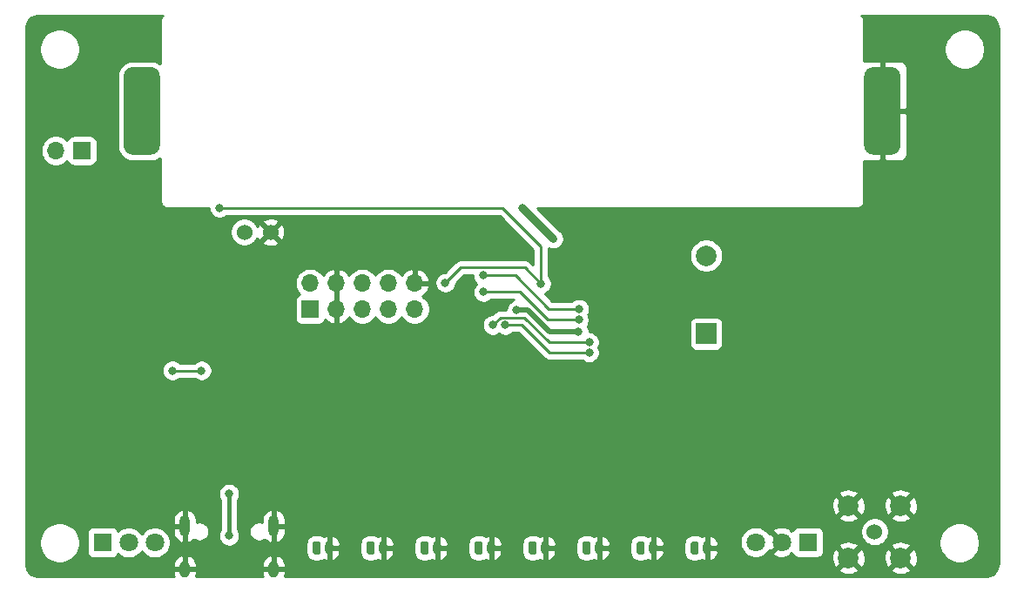
<source format=gbr>
G04 #@! TF.GenerationSoftware,KiCad,Pcbnew,5.1.8-db9833491~87~ubuntu20.04.1*
G04 #@! TF.CreationDate,2020-11-19T12:33:46+01:00*
G04 #@! TF.ProjectId,lucy,6c756379-2e6b-4696-9361-645f70636258,v1.0*
G04 #@! TF.SameCoordinates,Original*
G04 #@! TF.FileFunction,Copper,L2,Bot*
G04 #@! TF.FilePolarity,Positive*
%FSLAX46Y46*%
G04 Gerber Fmt 4.6, Leading zero omitted, Abs format (unit mm)*
G04 Created by KiCad (PCBNEW 5.1.8-db9833491~87~ubuntu20.04.1) date 2020-11-19 12:33:46*
%MOMM*%
%LPD*%
G01*
G04 APERTURE LIST*
G04 #@! TA.AperFunction,ComponentPad*
%ADD10C,2.000000*%
G04 #@! TD*
G04 #@! TA.AperFunction,ComponentPad*
%ADD11C,1.524000*%
G04 #@! TD*
G04 #@! TA.AperFunction,ComponentPad*
%ADD12O,1.000000X1.600000*%
G04 #@! TD*
G04 #@! TA.AperFunction,ComponentPad*
%ADD13O,1.000000X2.100000*%
G04 #@! TD*
G04 #@! TA.AperFunction,ComponentPad*
%ADD14R,2.000000X2.000000*%
G04 #@! TD*
G04 #@! TA.AperFunction,ComponentPad*
%ADD15R,1.800000X1.800000*%
G04 #@! TD*
G04 #@! TA.AperFunction,ComponentPad*
%ADD16C,1.800000*%
G04 #@! TD*
G04 #@! TA.AperFunction,ComponentPad*
%ADD17R,1.700000X1.700000*%
G04 #@! TD*
G04 #@! TA.AperFunction,ComponentPad*
%ADD18O,1.700000X1.700000*%
G04 #@! TD*
G04 #@! TA.AperFunction,ComponentPad*
%ADD19O,0.800000X1.300000*%
G04 #@! TD*
G04 #@! TA.AperFunction,ViaPad*
%ADD20C,0.800000*%
G04 #@! TD*
G04 #@! TA.AperFunction,Conductor*
%ADD21C,0.500000*%
G04 #@! TD*
G04 #@! TA.AperFunction,Conductor*
%ADD22C,0.750000*%
G04 #@! TD*
G04 #@! TA.AperFunction,Conductor*
%ADD23C,0.250000*%
G04 #@! TD*
G04 #@! TA.AperFunction,Conductor*
%ADD24C,0.400000*%
G04 #@! TD*
G04 #@! TA.AperFunction,Conductor*
%ADD25C,0.254000*%
G04 #@! TD*
G04 #@! TA.AperFunction,Conductor*
%ADD26C,0.100000*%
G04 #@! TD*
G04 APERTURE END LIST*
D10*
X182710000Y-125470000D03*
X187790000Y-125470000D03*
X187790000Y-120390000D03*
X182710000Y-120390000D03*
D11*
X185250000Y-122930000D03*
D12*
X126820000Y-126550000D03*
X118180000Y-126550000D03*
D13*
X118180000Y-122370000D03*
X126820000Y-122370000D03*
G04 #@! TA.AperFunction,ComponentPad*
G36*
G01*
X184238000Y-85381000D02*
X184238000Y-78619000D01*
G75*
G02*
X185119000Y-77738000I881000J0D01*
G01*
X186881000Y-77738000D01*
G75*
G02*
X187762000Y-78619000I0J-881000D01*
G01*
X187762000Y-85381000D01*
G75*
G02*
X186881000Y-86262000I-881000J0D01*
G01*
X185119000Y-86262000D01*
G75*
G02*
X184238000Y-85381000I0J881000D01*
G01*
G37*
G04 #@! TD.AperFunction*
G04 #@! TA.AperFunction,ComponentPad*
G36*
G01*
X112238000Y-85381000D02*
X112238000Y-78619000D01*
G75*
G02*
X113119000Y-77738000I881000J0D01*
G01*
X114881000Y-77738000D01*
G75*
G02*
X115762000Y-78619000I0J-881000D01*
G01*
X115762000Y-85381000D01*
G75*
G02*
X114881000Y-86262000I-881000J0D01*
G01*
X113119000Y-86262000D01*
G75*
G02*
X112238000Y-85381000I0J881000D01*
G01*
G37*
G04 #@! TD.AperFunction*
D14*
X168880000Y-103670000D03*
D10*
X168880000Y-96070000D03*
D15*
X178770000Y-123940000D03*
D16*
X176230000Y-123940000D03*
X173690000Y-123940000D03*
D15*
X110180000Y-123970000D03*
D16*
X112720000Y-123970000D03*
X115260000Y-123970000D03*
D17*
X108180000Y-85860000D03*
D18*
X105640000Y-85860000D03*
D19*
X132250000Y-124500000D03*
G04 #@! TA.AperFunction,ComponentPad*
G36*
G01*
X130600000Y-124950000D02*
X130600000Y-124050000D01*
G75*
G02*
X130800000Y-123850000I200000J0D01*
G01*
X131200000Y-123850000D01*
G75*
G02*
X131400000Y-124050000I0J-200000D01*
G01*
X131400000Y-124950000D01*
G75*
G02*
X131200000Y-125150000I-200000J0D01*
G01*
X130800000Y-125150000D01*
G75*
G02*
X130600000Y-124950000I0J200000D01*
G01*
G37*
G04 #@! TD.AperFunction*
D17*
X130360000Y-101290000D03*
D18*
X130360000Y-98750000D03*
X132900000Y-101290000D03*
X132900000Y-98750000D03*
X135440000Y-101290000D03*
X135440000Y-98750000D03*
X137980000Y-101290000D03*
X137980000Y-98750000D03*
X140520000Y-101290000D03*
X140520000Y-98750000D03*
G04 #@! TA.AperFunction,ComponentPad*
G36*
G01*
X135850000Y-124950000D02*
X135850000Y-124050000D01*
G75*
G02*
X136050000Y-123850000I200000J0D01*
G01*
X136450000Y-123850000D01*
G75*
G02*
X136650000Y-124050000I0J-200000D01*
G01*
X136650000Y-124950000D01*
G75*
G02*
X136450000Y-125150000I-200000J0D01*
G01*
X136050000Y-125150000D01*
G75*
G02*
X135850000Y-124950000I0J200000D01*
G01*
G37*
G04 #@! TD.AperFunction*
D19*
X137500000Y-124500000D03*
X142750000Y-124500000D03*
G04 #@! TA.AperFunction,ComponentPad*
G36*
G01*
X141100000Y-124950000D02*
X141100000Y-124050000D01*
G75*
G02*
X141300000Y-123850000I200000J0D01*
G01*
X141700000Y-123850000D01*
G75*
G02*
X141900000Y-124050000I0J-200000D01*
G01*
X141900000Y-124950000D01*
G75*
G02*
X141700000Y-125150000I-200000J0D01*
G01*
X141300000Y-125150000D01*
G75*
G02*
X141100000Y-124950000I0J200000D01*
G01*
G37*
G04 #@! TD.AperFunction*
G04 #@! TA.AperFunction,ComponentPad*
G36*
G01*
X146350000Y-124950000D02*
X146350000Y-124050000D01*
G75*
G02*
X146550000Y-123850000I200000J0D01*
G01*
X146950000Y-123850000D01*
G75*
G02*
X147150000Y-124050000I0J-200000D01*
G01*
X147150000Y-124950000D01*
G75*
G02*
X146950000Y-125150000I-200000J0D01*
G01*
X146550000Y-125150000D01*
G75*
G02*
X146350000Y-124950000I0J200000D01*
G01*
G37*
G04 #@! TD.AperFunction*
X148000000Y-124500000D03*
G04 #@! TA.AperFunction,ComponentPad*
G36*
G01*
X151600000Y-124950000D02*
X151600000Y-124050000D01*
G75*
G02*
X151800000Y-123850000I200000J0D01*
G01*
X152200000Y-123850000D01*
G75*
G02*
X152400000Y-124050000I0J-200000D01*
G01*
X152400000Y-124950000D01*
G75*
G02*
X152200000Y-125150000I-200000J0D01*
G01*
X151800000Y-125150000D01*
G75*
G02*
X151600000Y-124950000I0J200000D01*
G01*
G37*
G04 #@! TD.AperFunction*
X153250000Y-124500000D03*
X158500000Y-124500000D03*
G04 #@! TA.AperFunction,ComponentPad*
G36*
G01*
X156850000Y-124950000D02*
X156850000Y-124050000D01*
G75*
G02*
X157050000Y-123850000I200000J0D01*
G01*
X157450000Y-123850000D01*
G75*
G02*
X157650000Y-124050000I0J-200000D01*
G01*
X157650000Y-124950000D01*
G75*
G02*
X157450000Y-125150000I-200000J0D01*
G01*
X157050000Y-125150000D01*
G75*
G02*
X156850000Y-124950000I0J200000D01*
G01*
G37*
G04 #@! TD.AperFunction*
G04 #@! TA.AperFunction,ComponentPad*
G36*
G01*
X162100000Y-124950000D02*
X162100000Y-124050000D01*
G75*
G02*
X162300000Y-123850000I200000J0D01*
G01*
X162700000Y-123850000D01*
G75*
G02*
X162900000Y-124050000I0J-200000D01*
G01*
X162900000Y-124950000D01*
G75*
G02*
X162700000Y-125150000I-200000J0D01*
G01*
X162300000Y-125150000D01*
G75*
G02*
X162100000Y-124950000I0J200000D01*
G01*
G37*
G04 #@! TD.AperFunction*
X163750000Y-124500000D03*
X169000000Y-124500000D03*
G04 #@! TA.AperFunction,ComponentPad*
G36*
G01*
X167350000Y-124950000D02*
X167350000Y-124050000D01*
G75*
G02*
X167550000Y-123850000I200000J0D01*
G01*
X167950000Y-123850000D01*
G75*
G02*
X168150000Y-124050000I0J-200000D01*
G01*
X168150000Y-124950000D01*
G75*
G02*
X167950000Y-125150000I-200000J0D01*
G01*
X167550000Y-125150000D01*
G75*
G02*
X167350000Y-124950000I0J200000D01*
G01*
G37*
G04 #@! TD.AperFunction*
D11*
X126510000Y-93790000D03*
X123970000Y-93790000D03*
D20*
X112040000Y-106650000D03*
X112045000Y-105800000D03*
X112045000Y-104925000D03*
X112045000Y-104050000D03*
X112895000Y-104925000D03*
X112895000Y-104050000D03*
X113745000Y-104050000D03*
X113745000Y-104925000D03*
X113730000Y-105775000D03*
X113745000Y-106650000D03*
X112895000Y-106650000D03*
X112895000Y-105800000D03*
X155519999Y-97200000D03*
X156620000Y-95490000D03*
X143370000Y-104510000D03*
X112820000Y-99200002D03*
X175400000Y-111000000D03*
X147780000Y-107470000D03*
X189900000Y-109000000D03*
X110060000Y-101200000D03*
X112895000Y-103025000D03*
X113745000Y-103050000D03*
X112045000Y-103025000D03*
X116880000Y-98230000D03*
X159857994Y-97326000D03*
X151600000Y-110400000D03*
X147780000Y-105960000D03*
X125090000Y-115170000D03*
X119920000Y-115180000D03*
X154720000Y-113700002D03*
X175400000Y-97010000D03*
X193600000Y-109000000D03*
X179100000Y-110990000D03*
X179100000Y-97000000D03*
X113745000Y-107670000D03*
X112895000Y-107660000D03*
X112020000Y-107650000D03*
X112030000Y-111590000D03*
X114710000Y-116160000D03*
X195700000Y-105809992D03*
X194010000Y-105620000D03*
X144299058Y-102800000D03*
X164130000Y-94790000D03*
X122500000Y-114750000D03*
X156250000Y-119900000D03*
X161510000Y-119900000D03*
X166750000Y-119900000D03*
X151000000Y-119850000D03*
X145750000Y-119900000D03*
X140500000Y-119900000D03*
X135250000Y-119900000D03*
X130000000Y-119900000D03*
X156460000Y-103475010D03*
X154010000Y-94420000D03*
X150457906Y-101364990D03*
X151020000Y-91425030D03*
X143510000Y-98709998D03*
X121550000Y-91425012D03*
X152820000Y-98800000D03*
X156500000Y-101254988D03*
X147180000Y-98000004D03*
X156490000Y-102330000D03*
X147210000Y-99610000D03*
X148130000Y-102820000D03*
X157499996Y-104490000D03*
X149340000Y-102820002D03*
X157500076Y-105500000D03*
X122500000Y-119230000D03*
X122500000Y-123325010D03*
X116970000Y-107250000D03*
X119810000Y-107250000D03*
D21*
X153598198Y-103475010D02*
X151488178Y-101364990D01*
X151488178Y-101364990D02*
X150457906Y-101364990D01*
X156460000Y-103475010D02*
X153598198Y-103475010D01*
D22*
X154010000Y-94420000D02*
X151020000Y-91430000D01*
D23*
X151020000Y-91430000D02*
X151020000Y-91425030D01*
X145009998Y-97210000D02*
X143510000Y-98709998D01*
X151230000Y-97210000D02*
X145009998Y-97210000D01*
X145445012Y-91425012D02*
X121550000Y-91425012D01*
X152820000Y-98800000D02*
X151230000Y-97210000D01*
X152820000Y-98800000D02*
X152820000Y-95160000D01*
X149085012Y-91425012D02*
X145445012Y-91425012D01*
X152820000Y-95160000D02*
X149085012Y-91425012D01*
X150330004Y-98000004D02*
X147180000Y-98000004D01*
X153584988Y-101254988D02*
X150330004Y-98000004D01*
X156500000Y-101254988D02*
X153584988Y-101254988D01*
X156490000Y-102330000D02*
X153490000Y-102330000D01*
X153490000Y-102330000D02*
X150770000Y-99610000D01*
X150770000Y-99610000D02*
X147210000Y-99610000D01*
X153610000Y-104490000D02*
X157499996Y-104490000D01*
X151210000Y-102090000D02*
X153610000Y-104490000D01*
X148860000Y-102090000D02*
X151210000Y-102090000D01*
X148130000Y-102820000D02*
X148860000Y-102090000D01*
X153600000Y-105500000D02*
X157500076Y-105500000D01*
X150920002Y-102820002D02*
X153600000Y-105500000D01*
X149340000Y-102820002D02*
X150920002Y-102820002D01*
D24*
X122500000Y-119230000D02*
X122500000Y-123325010D01*
D23*
X119810000Y-107250000D02*
X116970000Y-107250000D01*
D25*
X115995525Y-72745525D02*
X115906800Y-72853637D01*
X115840872Y-72976980D01*
X115800273Y-73110816D01*
X115786565Y-73250000D01*
X115790001Y-73284887D01*
X115790001Y-77409323D01*
X115724951Y-77355938D01*
X115462324Y-77215560D01*
X115177356Y-77129117D01*
X114881000Y-77099928D01*
X113119000Y-77099928D01*
X112822644Y-77129117D01*
X112537676Y-77215560D01*
X112275049Y-77355938D01*
X112044854Y-77544854D01*
X111855938Y-77775049D01*
X111715560Y-78037676D01*
X111629117Y-78322644D01*
X111599928Y-78619000D01*
X111599928Y-85381000D01*
X111629117Y-85677356D01*
X111715560Y-85962324D01*
X111855938Y-86224951D01*
X112044854Y-86455146D01*
X112275049Y-86644062D01*
X112537676Y-86784440D01*
X112822644Y-86870883D01*
X113119000Y-86900072D01*
X114881000Y-86900072D01*
X115177356Y-86870883D01*
X115462324Y-86784440D01*
X115724951Y-86644062D01*
X115790000Y-86590678D01*
X115790000Y-90715123D01*
X115786565Y-90750000D01*
X115800273Y-90889184D01*
X115840872Y-91023020D01*
X115906800Y-91146363D01*
X115995525Y-91254475D01*
X116079112Y-91323073D01*
X116103637Y-91343200D01*
X116226980Y-91409128D01*
X116360816Y-91449727D01*
X116500000Y-91463435D01*
X116534877Y-91460000D01*
X120515000Y-91460000D01*
X120515000Y-91526951D01*
X120554774Y-91726910D01*
X120632795Y-91915268D01*
X120746063Y-92084786D01*
X120890226Y-92228949D01*
X121059744Y-92342217D01*
X121248102Y-92420238D01*
X121448061Y-92460012D01*
X121651939Y-92460012D01*
X121851898Y-92420238D01*
X122040256Y-92342217D01*
X122209774Y-92228949D01*
X122253711Y-92185012D01*
X148770211Y-92185012D01*
X152060001Y-95474803D01*
X152060001Y-96965199D01*
X151793804Y-96699003D01*
X151770001Y-96669999D01*
X151654276Y-96575026D01*
X151522247Y-96504454D01*
X151378986Y-96460997D01*
X151267333Y-96450000D01*
X151267322Y-96450000D01*
X151230000Y-96446324D01*
X151192678Y-96450000D01*
X145047331Y-96450000D01*
X145009998Y-96446323D01*
X144972665Y-96450000D01*
X144861012Y-96460997D01*
X144717751Y-96504454D01*
X144585722Y-96575026D01*
X144469997Y-96669999D01*
X144446199Y-96698997D01*
X143470199Y-97674998D01*
X143408061Y-97674998D01*
X143208102Y-97714772D01*
X143019744Y-97792793D01*
X142850226Y-97906061D01*
X142706063Y-98050224D01*
X142592795Y-98219742D01*
X142514774Y-98408100D01*
X142475000Y-98608059D01*
X142475000Y-98811937D01*
X142514774Y-99011896D01*
X142592795Y-99200254D01*
X142706063Y-99369772D01*
X142850226Y-99513935D01*
X143019744Y-99627203D01*
X143208102Y-99705224D01*
X143408061Y-99744998D01*
X143611939Y-99744998D01*
X143811898Y-99705224D01*
X144000256Y-99627203D01*
X144169774Y-99513935D01*
X144313937Y-99369772D01*
X144427205Y-99200254D01*
X144505226Y-99011896D01*
X144545000Y-98811937D01*
X144545000Y-98749799D01*
X145324800Y-97970000D01*
X146145000Y-97970000D01*
X146145000Y-98101943D01*
X146184774Y-98301902D01*
X146262795Y-98490260D01*
X146376063Y-98659778D01*
X146520226Y-98803941D01*
X146539482Y-98816807D01*
X146406063Y-98950226D01*
X146292795Y-99119744D01*
X146214774Y-99308102D01*
X146175000Y-99508061D01*
X146175000Y-99711939D01*
X146214774Y-99911898D01*
X146292795Y-100100256D01*
X146406063Y-100269774D01*
X146550226Y-100413937D01*
X146719744Y-100527205D01*
X146908102Y-100605226D01*
X147108061Y-100645000D01*
X147311939Y-100645000D01*
X147511898Y-100605226D01*
X147700256Y-100527205D01*
X147869774Y-100413937D01*
X147913711Y-100370000D01*
X150155438Y-100370000D01*
X149967650Y-100447785D01*
X149798132Y-100561053D01*
X149653969Y-100705216D01*
X149540701Y-100874734D01*
X149462680Y-101063092D01*
X149422906Y-101263051D01*
X149422906Y-101330000D01*
X148897323Y-101330000D01*
X148860000Y-101326324D01*
X148822677Y-101330000D01*
X148822667Y-101330000D01*
X148711014Y-101340997D01*
X148567753Y-101384454D01*
X148435723Y-101455026D01*
X148352083Y-101523668D01*
X148319999Y-101549999D01*
X148296201Y-101578998D01*
X148090198Y-101785000D01*
X148028061Y-101785000D01*
X147828102Y-101824774D01*
X147639744Y-101902795D01*
X147470226Y-102016063D01*
X147326063Y-102160226D01*
X147212795Y-102329744D01*
X147134774Y-102518102D01*
X147095000Y-102718061D01*
X147095000Y-102921939D01*
X147134774Y-103121898D01*
X147212795Y-103310256D01*
X147326063Y-103479774D01*
X147470226Y-103623937D01*
X147639744Y-103737205D01*
X147828102Y-103815226D01*
X148028061Y-103855000D01*
X148231939Y-103855000D01*
X148431898Y-103815226D01*
X148620256Y-103737205D01*
X148734999Y-103660537D01*
X148849744Y-103737207D01*
X149038102Y-103815228D01*
X149238061Y-103855002D01*
X149441939Y-103855002D01*
X149641898Y-103815228D01*
X149830256Y-103737207D01*
X149999774Y-103623939D01*
X150043711Y-103580002D01*
X150605201Y-103580002D01*
X153036201Y-106011003D01*
X153059999Y-106040001D01*
X153088997Y-106063799D01*
X153175724Y-106134974D01*
X153307753Y-106205546D01*
X153451014Y-106249003D01*
X153600000Y-106263677D01*
X153637333Y-106260000D01*
X156796365Y-106260000D01*
X156840302Y-106303937D01*
X157009820Y-106417205D01*
X157198178Y-106495226D01*
X157398137Y-106535000D01*
X157602015Y-106535000D01*
X157801974Y-106495226D01*
X157990332Y-106417205D01*
X158159850Y-106303937D01*
X158304013Y-106159774D01*
X158417281Y-105990256D01*
X158495302Y-105801898D01*
X158535076Y-105601939D01*
X158535076Y-105398061D01*
X158495302Y-105198102D01*
X158417281Y-105009744D01*
X158407389Y-104994940D01*
X158417201Y-104980256D01*
X158495222Y-104791898D01*
X158534996Y-104591939D01*
X158534996Y-104388061D01*
X158495222Y-104188102D01*
X158417201Y-103999744D01*
X158303933Y-103830226D01*
X158159770Y-103686063D01*
X157990252Y-103572795D01*
X157801894Y-103494774D01*
X157601935Y-103455000D01*
X157495000Y-103455000D01*
X157495000Y-103373071D01*
X157455226Y-103173112D01*
X157377205Y-102984754D01*
X157337248Y-102924954D01*
X157407205Y-102820256D01*
X157469443Y-102670000D01*
X167241928Y-102670000D01*
X167241928Y-104670000D01*
X167254188Y-104794482D01*
X167290498Y-104914180D01*
X167349463Y-105024494D01*
X167428815Y-105121185D01*
X167525506Y-105200537D01*
X167635820Y-105259502D01*
X167755518Y-105295812D01*
X167880000Y-105308072D01*
X169880000Y-105308072D01*
X170004482Y-105295812D01*
X170124180Y-105259502D01*
X170234494Y-105200537D01*
X170331185Y-105121185D01*
X170410537Y-105024494D01*
X170469502Y-104914180D01*
X170505812Y-104794482D01*
X170518072Y-104670000D01*
X170518072Y-102670000D01*
X170505812Y-102545518D01*
X170469502Y-102425820D01*
X170410537Y-102315506D01*
X170331185Y-102218815D01*
X170234494Y-102139463D01*
X170124180Y-102080498D01*
X170004482Y-102044188D01*
X169880000Y-102031928D01*
X167880000Y-102031928D01*
X167755518Y-102044188D01*
X167635820Y-102080498D01*
X167525506Y-102139463D01*
X167428815Y-102218815D01*
X167349463Y-102315506D01*
X167290498Y-102425820D01*
X167254188Y-102545518D01*
X167241928Y-102670000D01*
X157469443Y-102670000D01*
X157485226Y-102631898D01*
X157525000Y-102431939D01*
X157525000Y-102228061D01*
X157485226Y-102028102D01*
X157407205Y-101839744D01*
X157380634Y-101799977D01*
X157417205Y-101745244D01*
X157495226Y-101556886D01*
X157535000Y-101356927D01*
X157535000Y-101153049D01*
X157495226Y-100953090D01*
X157417205Y-100764732D01*
X157303937Y-100595214D01*
X157159774Y-100451051D01*
X156990256Y-100337783D01*
X156801898Y-100259762D01*
X156601939Y-100219988D01*
X156398061Y-100219988D01*
X156198102Y-100259762D01*
X156009744Y-100337783D01*
X155840226Y-100451051D01*
X155796289Y-100494988D01*
X153899790Y-100494988D01*
X153177144Y-99772342D01*
X153310256Y-99717205D01*
X153479774Y-99603937D01*
X153623937Y-99459774D01*
X153737205Y-99290256D01*
X153815226Y-99101898D01*
X153855000Y-98901939D01*
X153855000Y-98698061D01*
X153815226Y-98498102D01*
X153737205Y-98309744D01*
X153623937Y-98140226D01*
X153580000Y-98096289D01*
X153580000Y-95908967D01*
X167245000Y-95908967D01*
X167245000Y-96231033D01*
X167307832Y-96546912D01*
X167431082Y-96844463D01*
X167610013Y-97112252D01*
X167837748Y-97339987D01*
X168105537Y-97518918D01*
X168403088Y-97642168D01*
X168718967Y-97705000D01*
X169041033Y-97705000D01*
X169356912Y-97642168D01*
X169654463Y-97518918D01*
X169922252Y-97339987D01*
X170149987Y-97112252D01*
X170328918Y-96844463D01*
X170452168Y-96546912D01*
X170515000Y-96231033D01*
X170515000Y-95908967D01*
X170452168Y-95593088D01*
X170328918Y-95295537D01*
X170149987Y-95027748D01*
X169922252Y-94800013D01*
X169654463Y-94621082D01*
X169356912Y-94497832D01*
X169041033Y-94435000D01*
X168718967Y-94435000D01*
X168403088Y-94497832D01*
X168105537Y-94621082D01*
X167837748Y-94800013D01*
X167610013Y-95027748D01*
X167431082Y-95295537D01*
X167307832Y-95593088D01*
X167245000Y-95908967D01*
X153580000Y-95908967D01*
X153580000Y-95362164D01*
X153708102Y-95415226D01*
X153908061Y-95455000D01*
X154111939Y-95455000D01*
X154311898Y-95415226D01*
X154500256Y-95337205D01*
X154669774Y-95223937D01*
X154813937Y-95079774D01*
X154927205Y-94910256D01*
X155005226Y-94721898D01*
X155045000Y-94521939D01*
X155045000Y-94318061D01*
X155005226Y-94118102D01*
X154927205Y-93929744D01*
X154813937Y-93760226D01*
X154669774Y-93616063D01*
X154563226Y-93544870D01*
X152478355Y-91460000D01*
X183465123Y-91460000D01*
X183500000Y-91463435D01*
X183534877Y-91460000D01*
X183639184Y-91449727D01*
X183773020Y-91409128D01*
X183896363Y-91343200D01*
X184004475Y-91254475D01*
X184093200Y-91146363D01*
X184159128Y-91023020D01*
X184199727Y-90889184D01*
X184213435Y-90750000D01*
X184210000Y-90715123D01*
X184210000Y-86897314D01*
X184238000Y-86900072D01*
X185714250Y-86897000D01*
X185873000Y-86738250D01*
X185873000Y-82127000D01*
X186127000Y-82127000D01*
X186127000Y-86738250D01*
X186285750Y-86897000D01*
X187762000Y-86900072D01*
X187886482Y-86887812D01*
X188006180Y-86851502D01*
X188116494Y-86792537D01*
X188213185Y-86713185D01*
X188292537Y-86616494D01*
X188351502Y-86506180D01*
X188387812Y-86386482D01*
X188400072Y-86262000D01*
X188397000Y-82285750D01*
X188238250Y-82127000D01*
X186127000Y-82127000D01*
X185873000Y-82127000D01*
X185853000Y-82127000D01*
X185853000Y-81873000D01*
X185873000Y-81873000D01*
X185873000Y-77261750D01*
X186127000Y-77261750D01*
X186127000Y-81873000D01*
X188238250Y-81873000D01*
X188397000Y-81714250D01*
X188400072Y-77738000D01*
X188387812Y-77613518D01*
X188351502Y-77493820D01*
X188292537Y-77383506D01*
X188213185Y-77286815D01*
X188116494Y-77207463D01*
X188006180Y-77148498D01*
X187886482Y-77112188D01*
X187762000Y-77099928D01*
X186285750Y-77103000D01*
X186127000Y-77261750D01*
X185873000Y-77261750D01*
X185714250Y-77103000D01*
X184238000Y-77099928D01*
X184210000Y-77102686D01*
X184210000Y-75804495D01*
X192015000Y-75804495D01*
X192015000Y-76195505D01*
X192091282Y-76579003D01*
X192240915Y-76940250D01*
X192458149Y-77265364D01*
X192734636Y-77541851D01*
X193059750Y-77759085D01*
X193420997Y-77908718D01*
X193804495Y-77985000D01*
X194195505Y-77985000D01*
X194579003Y-77908718D01*
X194940250Y-77759085D01*
X195265364Y-77541851D01*
X195541851Y-77265364D01*
X195759085Y-76940250D01*
X195908718Y-76579003D01*
X195985000Y-76195505D01*
X195985000Y-75804495D01*
X195908718Y-75420997D01*
X195759085Y-75059750D01*
X195541851Y-74734636D01*
X195265364Y-74458149D01*
X194940250Y-74240915D01*
X194579003Y-74091282D01*
X194195505Y-74015000D01*
X193804495Y-74015000D01*
X193420997Y-74091282D01*
X193059750Y-74240915D01*
X192734636Y-74458149D01*
X192458149Y-74734636D01*
X192240915Y-75059750D01*
X192091282Y-75420997D01*
X192015000Y-75804495D01*
X184210000Y-75804495D01*
X184210000Y-73284877D01*
X184213435Y-73250000D01*
X184199727Y-73110816D01*
X184159128Y-72976980D01*
X184093200Y-72853637D01*
X184004475Y-72745525D01*
X183961188Y-72710000D01*
X195965279Y-72710000D01*
X196249899Y-72737907D01*
X196490285Y-72810484D01*
X196711991Y-72928368D01*
X196906577Y-73087068D01*
X197066635Y-73280545D01*
X197186064Y-73501424D01*
X197260317Y-73741297D01*
X197290000Y-74023716D01*
X197290001Y-125965269D01*
X197262093Y-126249899D01*
X197189517Y-126490282D01*
X197071633Y-126711989D01*
X196912929Y-126906580D01*
X196719455Y-127066635D01*
X196498576Y-127186064D01*
X196258701Y-127260317D01*
X195976291Y-127290000D01*
X127868005Y-127290000D01*
X127908415Y-127195987D01*
X127955000Y-126977000D01*
X127955000Y-126677000D01*
X126947000Y-126677000D01*
X126947000Y-126697000D01*
X126693000Y-126697000D01*
X126693000Y-126677000D01*
X125685000Y-126677000D01*
X125685000Y-126977000D01*
X125731585Y-127195987D01*
X125771995Y-127290000D01*
X119228005Y-127290000D01*
X119268415Y-127195987D01*
X119315000Y-126977000D01*
X119315000Y-126677000D01*
X118307000Y-126677000D01*
X118307000Y-126697000D01*
X118053000Y-126697000D01*
X118053000Y-126677000D01*
X117045000Y-126677000D01*
X117045000Y-126977000D01*
X117091585Y-127195987D01*
X117131995Y-127290000D01*
X104034721Y-127290000D01*
X103750101Y-127262093D01*
X103509718Y-127189517D01*
X103288011Y-127071633D01*
X103093420Y-126912929D01*
X102933365Y-126719455D01*
X102871703Y-126605413D01*
X181754192Y-126605413D01*
X181849956Y-126869814D01*
X182139571Y-127010704D01*
X182451108Y-127092384D01*
X182772595Y-127111718D01*
X183091675Y-127067961D01*
X183396088Y-126962795D01*
X183570044Y-126869814D01*
X183665808Y-126605413D01*
X186834192Y-126605413D01*
X186929956Y-126869814D01*
X187219571Y-127010704D01*
X187531108Y-127092384D01*
X187852595Y-127111718D01*
X188171675Y-127067961D01*
X188476088Y-126962795D01*
X188650044Y-126869814D01*
X188745808Y-126605413D01*
X187790000Y-125649605D01*
X186834192Y-126605413D01*
X183665808Y-126605413D01*
X182710000Y-125649605D01*
X181754192Y-126605413D01*
X102871703Y-126605413D01*
X102813936Y-126498576D01*
X102739683Y-126258701D01*
X102725421Y-126123000D01*
X117045000Y-126123000D01*
X117045000Y-126423000D01*
X118053000Y-126423000D01*
X118053000Y-125282046D01*
X118307000Y-125282046D01*
X118307000Y-126423000D01*
X119315000Y-126423000D01*
X119315000Y-126123000D01*
X125685000Y-126123000D01*
X125685000Y-126423000D01*
X126693000Y-126423000D01*
X126693000Y-125282046D01*
X126947000Y-125282046D01*
X126947000Y-126423000D01*
X127955000Y-126423000D01*
X127955000Y-126123000D01*
X127908415Y-125904013D01*
X127820003Y-125698322D01*
X127693161Y-125513831D01*
X127532764Y-125357631D01*
X127344976Y-125235724D01*
X127121874Y-125155881D01*
X126947000Y-125282046D01*
X126693000Y-125282046D01*
X126518126Y-125155881D01*
X126295024Y-125235724D01*
X126107236Y-125357631D01*
X125946839Y-125513831D01*
X125819997Y-125698322D01*
X125731585Y-125904013D01*
X125685000Y-126123000D01*
X119315000Y-126123000D01*
X119268415Y-125904013D01*
X119180003Y-125698322D01*
X119053161Y-125513831D01*
X118892764Y-125357631D01*
X118704976Y-125235724D01*
X118481874Y-125155881D01*
X118307000Y-125282046D01*
X118053000Y-125282046D01*
X117878126Y-125155881D01*
X117655024Y-125235724D01*
X117467236Y-125357631D01*
X117306839Y-125513831D01*
X117179997Y-125698322D01*
X117091585Y-125904013D01*
X117045000Y-126123000D01*
X102725421Y-126123000D01*
X102710000Y-125976291D01*
X102710000Y-123804495D01*
X104015000Y-123804495D01*
X104015000Y-124195505D01*
X104091282Y-124579003D01*
X104240915Y-124940250D01*
X104458149Y-125265364D01*
X104734636Y-125541851D01*
X105059750Y-125759085D01*
X105420997Y-125908718D01*
X105804495Y-125985000D01*
X106195505Y-125985000D01*
X106579003Y-125908718D01*
X106940250Y-125759085D01*
X107265364Y-125541851D01*
X107541851Y-125265364D01*
X107759085Y-124940250D01*
X107908718Y-124579003D01*
X107985000Y-124195505D01*
X107985000Y-123804495D01*
X107908718Y-123420997D01*
X107763331Y-123070000D01*
X108641928Y-123070000D01*
X108641928Y-124870000D01*
X108654188Y-124994482D01*
X108690498Y-125114180D01*
X108749463Y-125224494D01*
X108828815Y-125321185D01*
X108925506Y-125400537D01*
X109035820Y-125459502D01*
X109155518Y-125495812D01*
X109280000Y-125508072D01*
X111080000Y-125508072D01*
X111204482Y-125495812D01*
X111324180Y-125459502D01*
X111434494Y-125400537D01*
X111531185Y-125321185D01*
X111610537Y-125224494D01*
X111669502Y-125114180D01*
X111675056Y-125095873D01*
X111741495Y-125162312D01*
X111992905Y-125330299D01*
X112272257Y-125446011D01*
X112568816Y-125505000D01*
X112871184Y-125505000D01*
X113167743Y-125446011D01*
X113447095Y-125330299D01*
X113698505Y-125162312D01*
X113912312Y-124948505D01*
X113990000Y-124832237D01*
X114067688Y-124948505D01*
X114281495Y-125162312D01*
X114532905Y-125330299D01*
X114812257Y-125446011D01*
X115108816Y-125505000D01*
X115411184Y-125505000D01*
X115707743Y-125446011D01*
X115987095Y-125330299D01*
X116238505Y-125162312D01*
X116452312Y-124948505D01*
X116620299Y-124697095D01*
X116736011Y-124417743D01*
X116795000Y-124121184D01*
X116795000Y-123818816D01*
X116736011Y-123522257D01*
X116620299Y-123242905D01*
X116452312Y-122991495D01*
X116238505Y-122777688D01*
X115987095Y-122609701D01*
X115715013Y-122497000D01*
X117045000Y-122497000D01*
X117045000Y-123047000D01*
X117091585Y-123265987D01*
X117179997Y-123471678D01*
X117306839Y-123656169D01*
X117467236Y-123812369D01*
X117655024Y-123934276D01*
X117878126Y-124014119D01*
X118053000Y-123887954D01*
X118053000Y-122497000D01*
X117045000Y-122497000D01*
X115715013Y-122497000D01*
X115707743Y-122493989D01*
X115411184Y-122435000D01*
X115108816Y-122435000D01*
X114812257Y-122493989D01*
X114532905Y-122609701D01*
X114281495Y-122777688D01*
X114067688Y-122991495D01*
X113990000Y-123107763D01*
X113912312Y-122991495D01*
X113698505Y-122777688D01*
X113447095Y-122609701D01*
X113167743Y-122493989D01*
X112871184Y-122435000D01*
X112568816Y-122435000D01*
X112272257Y-122493989D01*
X111992905Y-122609701D01*
X111741495Y-122777688D01*
X111675056Y-122844127D01*
X111669502Y-122825820D01*
X111610537Y-122715506D01*
X111531185Y-122618815D01*
X111434494Y-122539463D01*
X111324180Y-122480498D01*
X111204482Y-122444188D01*
X111080000Y-122431928D01*
X109280000Y-122431928D01*
X109155518Y-122444188D01*
X109035820Y-122480498D01*
X108925506Y-122539463D01*
X108828815Y-122618815D01*
X108749463Y-122715506D01*
X108690498Y-122825820D01*
X108654188Y-122945518D01*
X108641928Y-123070000D01*
X107763331Y-123070000D01*
X107759085Y-123059750D01*
X107541851Y-122734636D01*
X107265364Y-122458149D01*
X106940250Y-122240915D01*
X106579003Y-122091282D01*
X106195505Y-122015000D01*
X105804495Y-122015000D01*
X105420997Y-122091282D01*
X105059750Y-122240915D01*
X104734636Y-122458149D01*
X104458149Y-122734636D01*
X104240915Y-123059750D01*
X104091282Y-123420997D01*
X104015000Y-123804495D01*
X102710000Y-123804495D01*
X102710000Y-121693000D01*
X117045000Y-121693000D01*
X117045000Y-122243000D01*
X118053000Y-122243000D01*
X118053000Y-120852046D01*
X118307000Y-120852046D01*
X118307000Y-122243000D01*
X118327000Y-122243000D01*
X118327000Y-122497000D01*
X118307000Y-122497000D01*
X118307000Y-123887954D01*
X118481874Y-124014119D01*
X118704976Y-123934276D01*
X118892764Y-123812369D01*
X119037116Y-123671794D01*
X119155269Y-123750741D01*
X119329978Y-123823108D01*
X119515448Y-123860000D01*
X119704552Y-123860000D01*
X119890022Y-123823108D01*
X120064731Y-123750741D01*
X120221964Y-123645681D01*
X120355681Y-123511964D01*
X120460741Y-123354731D01*
X120533108Y-123180022D01*
X120570000Y-122994552D01*
X120570000Y-122805448D01*
X120533108Y-122619978D01*
X120460741Y-122445269D01*
X120355681Y-122288036D01*
X120221964Y-122154319D01*
X120064731Y-122049259D01*
X119890022Y-121976892D01*
X119704552Y-121940000D01*
X119515448Y-121940000D01*
X119329978Y-121976892D01*
X119315000Y-121983096D01*
X119315000Y-121693000D01*
X119268415Y-121474013D01*
X119180003Y-121268322D01*
X119053161Y-121083831D01*
X118892764Y-120927631D01*
X118704976Y-120805724D01*
X118481874Y-120725881D01*
X118307000Y-120852046D01*
X118053000Y-120852046D01*
X117878126Y-120725881D01*
X117655024Y-120805724D01*
X117467236Y-120927631D01*
X117306839Y-121083831D01*
X117179997Y-121268322D01*
X117091585Y-121474013D01*
X117045000Y-121693000D01*
X102710000Y-121693000D01*
X102710000Y-119128061D01*
X121465000Y-119128061D01*
X121465000Y-119331939D01*
X121504774Y-119531898D01*
X121582795Y-119720256D01*
X121665000Y-119843285D01*
X121665001Y-122711724D01*
X121582795Y-122834754D01*
X121504774Y-123023112D01*
X121465000Y-123223071D01*
X121465000Y-123426949D01*
X121504774Y-123626908D01*
X121582795Y-123815266D01*
X121696063Y-123984784D01*
X121840226Y-124128947D01*
X122009744Y-124242215D01*
X122198102Y-124320236D01*
X122398061Y-124360010D01*
X122601939Y-124360010D01*
X122801898Y-124320236D01*
X122990256Y-124242215D01*
X123159774Y-124128947D01*
X123238721Y-124050000D01*
X129961928Y-124050000D01*
X129961928Y-124950000D01*
X129978031Y-125113500D01*
X130025722Y-125270716D01*
X130103169Y-125415608D01*
X130207394Y-125542606D01*
X130334392Y-125646831D01*
X130479284Y-125724278D01*
X130636500Y-125771969D01*
X130800000Y-125788072D01*
X131200000Y-125788072D01*
X131363500Y-125771969D01*
X131520716Y-125724278D01*
X131665608Y-125646831D01*
X131683985Y-125631749D01*
X131701840Y-125645255D01*
X131887028Y-125734994D01*
X131963877Y-125744666D01*
X132123000Y-125616998D01*
X132123000Y-124627000D01*
X132377000Y-124627000D01*
X132377000Y-125616998D01*
X132536123Y-125744666D01*
X132612972Y-125734994D01*
X132798160Y-125645255D01*
X132962283Y-125521112D01*
X133099033Y-125367336D01*
X133203155Y-125189836D01*
X133270648Y-124995433D01*
X133298918Y-124791599D01*
X133133762Y-124627000D01*
X132377000Y-124627000D01*
X132123000Y-124627000D01*
X132103000Y-124627000D01*
X132103000Y-124373000D01*
X132123000Y-124373000D01*
X132123000Y-123383002D01*
X132377000Y-123383002D01*
X132377000Y-124373000D01*
X133133762Y-124373000D01*
X133298918Y-124208401D01*
X133276950Y-124050000D01*
X135211928Y-124050000D01*
X135211928Y-124950000D01*
X135228031Y-125113500D01*
X135275722Y-125270716D01*
X135353169Y-125415608D01*
X135457394Y-125542606D01*
X135584392Y-125646831D01*
X135729284Y-125724278D01*
X135886500Y-125771969D01*
X136050000Y-125788072D01*
X136450000Y-125788072D01*
X136613500Y-125771969D01*
X136770716Y-125724278D01*
X136915608Y-125646831D01*
X136933985Y-125631749D01*
X136951840Y-125645255D01*
X137137028Y-125734994D01*
X137213877Y-125744666D01*
X137373000Y-125616998D01*
X137373000Y-124627000D01*
X137627000Y-124627000D01*
X137627000Y-125616998D01*
X137786123Y-125744666D01*
X137862972Y-125734994D01*
X138048160Y-125645255D01*
X138212283Y-125521112D01*
X138349033Y-125367336D01*
X138453155Y-125189836D01*
X138520648Y-124995433D01*
X138548918Y-124791599D01*
X138383762Y-124627000D01*
X137627000Y-124627000D01*
X137373000Y-124627000D01*
X137353000Y-124627000D01*
X137353000Y-124373000D01*
X137373000Y-124373000D01*
X137373000Y-123383002D01*
X137627000Y-123383002D01*
X137627000Y-124373000D01*
X138383762Y-124373000D01*
X138548918Y-124208401D01*
X138526950Y-124050000D01*
X140461928Y-124050000D01*
X140461928Y-124950000D01*
X140478031Y-125113500D01*
X140525722Y-125270716D01*
X140603169Y-125415608D01*
X140707394Y-125542606D01*
X140834392Y-125646831D01*
X140979284Y-125724278D01*
X141136500Y-125771969D01*
X141300000Y-125788072D01*
X141700000Y-125788072D01*
X141863500Y-125771969D01*
X142020716Y-125724278D01*
X142165608Y-125646831D01*
X142183985Y-125631749D01*
X142201840Y-125645255D01*
X142387028Y-125734994D01*
X142463877Y-125744666D01*
X142623000Y-125616998D01*
X142623000Y-124627000D01*
X142877000Y-124627000D01*
X142877000Y-125616998D01*
X143036123Y-125744666D01*
X143112972Y-125734994D01*
X143298160Y-125645255D01*
X143462283Y-125521112D01*
X143599033Y-125367336D01*
X143703155Y-125189836D01*
X143770648Y-124995433D01*
X143798918Y-124791599D01*
X143633762Y-124627000D01*
X142877000Y-124627000D01*
X142623000Y-124627000D01*
X142603000Y-124627000D01*
X142603000Y-124373000D01*
X142623000Y-124373000D01*
X142623000Y-123383002D01*
X142877000Y-123383002D01*
X142877000Y-124373000D01*
X143633762Y-124373000D01*
X143798918Y-124208401D01*
X143776950Y-124050000D01*
X145711928Y-124050000D01*
X145711928Y-124950000D01*
X145728031Y-125113500D01*
X145775722Y-125270716D01*
X145853169Y-125415608D01*
X145957394Y-125542606D01*
X146084392Y-125646831D01*
X146229284Y-125724278D01*
X146386500Y-125771969D01*
X146550000Y-125788072D01*
X146950000Y-125788072D01*
X147113500Y-125771969D01*
X147270716Y-125724278D01*
X147415608Y-125646831D01*
X147433985Y-125631749D01*
X147451840Y-125645255D01*
X147637028Y-125734994D01*
X147713877Y-125744666D01*
X147873000Y-125616998D01*
X147873000Y-124627000D01*
X148127000Y-124627000D01*
X148127000Y-125616998D01*
X148286123Y-125744666D01*
X148362972Y-125734994D01*
X148548160Y-125645255D01*
X148712283Y-125521112D01*
X148849033Y-125367336D01*
X148953155Y-125189836D01*
X149020648Y-124995433D01*
X149048918Y-124791599D01*
X148883762Y-124627000D01*
X148127000Y-124627000D01*
X147873000Y-124627000D01*
X147853000Y-124627000D01*
X147853000Y-124373000D01*
X147873000Y-124373000D01*
X147873000Y-123383002D01*
X148127000Y-123383002D01*
X148127000Y-124373000D01*
X148883762Y-124373000D01*
X149048918Y-124208401D01*
X149026950Y-124050000D01*
X150961928Y-124050000D01*
X150961928Y-124950000D01*
X150978031Y-125113500D01*
X151025722Y-125270716D01*
X151103169Y-125415608D01*
X151207394Y-125542606D01*
X151334392Y-125646831D01*
X151479284Y-125724278D01*
X151636500Y-125771969D01*
X151800000Y-125788072D01*
X152200000Y-125788072D01*
X152363500Y-125771969D01*
X152520716Y-125724278D01*
X152665608Y-125646831D01*
X152683985Y-125631749D01*
X152701840Y-125645255D01*
X152887028Y-125734994D01*
X152963877Y-125744666D01*
X153123000Y-125616998D01*
X153123000Y-124627000D01*
X153377000Y-124627000D01*
X153377000Y-125616998D01*
X153536123Y-125744666D01*
X153612972Y-125734994D01*
X153798160Y-125645255D01*
X153962283Y-125521112D01*
X154099033Y-125367336D01*
X154203155Y-125189836D01*
X154270648Y-124995433D01*
X154298918Y-124791599D01*
X154133762Y-124627000D01*
X153377000Y-124627000D01*
X153123000Y-124627000D01*
X153103000Y-124627000D01*
X153103000Y-124373000D01*
X153123000Y-124373000D01*
X153123000Y-123383002D01*
X153377000Y-123383002D01*
X153377000Y-124373000D01*
X154133762Y-124373000D01*
X154298918Y-124208401D01*
X154276950Y-124050000D01*
X156211928Y-124050000D01*
X156211928Y-124950000D01*
X156228031Y-125113500D01*
X156275722Y-125270716D01*
X156353169Y-125415608D01*
X156457394Y-125542606D01*
X156584392Y-125646831D01*
X156729284Y-125724278D01*
X156886500Y-125771969D01*
X157050000Y-125788072D01*
X157450000Y-125788072D01*
X157613500Y-125771969D01*
X157770716Y-125724278D01*
X157915608Y-125646831D01*
X157933985Y-125631749D01*
X157951840Y-125645255D01*
X158137028Y-125734994D01*
X158213877Y-125744666D01*
X158373000Y-125616998D01*
X158373000Y-124627000D01*
X158627000Y-124627000D01*
X158627000Y-125616998D01*
X158786123Y-125744666D01*
X158862972Y-125734994D01*
X159048160Y-125645255D01*
X159212283Y-125521112D01*
X159349033Y-125367336D01*
X159453155Y-125189836D01*
X159520648Y-124995433D01*
X159548918Y-124791599D01*
X159383762Y-124627000D01*
X158627000Y-124627000D01*
X158373000Y-124627000D01*
X158353000Y-124627000D01*
X158353000Y-124373000D01*
X158373000Y-124373000D01*
X158373000Y-123383002D01*
X158627000Y-123383002D01*
X158627000Y-124373000D01*
X159383762Y-124373000D01*
X159548918Y-124208401D01*
X159526950Y-124050000D01*
X161461928Y-124050000D01*
X161461928Y-124950000D01*
X161478031Y-125113500D01*
X161525722Y-125270716D01*
X161603169Y-125415608D01*
X161707394Y-125542606D01*
X161834392Y-125646831D01*
X161979284Y-125724278D01*
X162136500Y-125771969D01*
X162300000Y-125788072D01*
X162700000Y-125788072D01*
X162863500Y-125771969D01*
X163020716Y-125724278D01*
X163165608Y-125646831D01*
X163183985Y-125631749D01*
X163201840Y-125645255D01*
X163387028Y-125734994D01*
X163463877Y-125744666D01*
X163623000Y-125616998D01*
X163623000Y-124627000D01*
X163877000Y-124627000D01*
X163877000Y-125616998D01*
X164036123Y-125744666D01*
X164112972Y-125734994D01*
X164298160Y-125645255D01*
X164462283Y-125521112D01*
X164599033Y-125367336D01*
X164703155Y-125189836D01*
X164770648Y-124995433D01*
X164798918Y-124791599D01*
X164633762Y-124627000D01*
X163877000Y-124627000D01*
X163623000Y-124627000D01*
X163603000Y-124627000D01*
X163603000Y-124373000D01*
X163623000Y-124373000D01*
X163623000Y-123383002D01*
X163877000Y-123383002D01*
X163877000Y-124373000D01*
X164633762Y-124373000D01*
X164798918Y-124208401D01*
X164776950Y-124050000D01*
X166711928Y-124050000D01*
X166711928Y-124950000D01*
X166728031Y-125113500D01*
X166775722Y-125270716D01*
X166853169Y-125415608D01*
X166957394Y-125542606D01*
X167084392Y-125646831D01*
X167229284Y-125724278D01*
X167386500Y-125771969D01*
X167550000Y-125788072D01*
X167950000Y-125788072D01*
X168113500Y-125771969D01*
X168270716Y-125724278D01*
X168415608Y-125646831D01*
X168433985Y-125631749D01*
X168451840Y-125645255D01*
X168637028Y-125734994D01*
X168713877Y-125744666D01*
X168873000Y-125616998D01*
X168873000Y-124627000D01*
X169127000Y-124627000D01*
X169127000Y-125616998D01*
X169286123Y-125744666D01*
X169362972Y-125734994D01*
X169548160Y-125645255D01*
X169697101Y-125532595D01*
X181068282Y-125532595D01*
X181112039Y-125851675D01*
X181217205Y-126156088D01*
X181310186Y-126330044D01*
X181574587Y-126425808D01*
X182530395Y-125470000D01*
X182889605Y-125470000D01*
X183845413Y-126425808D01*
X184109814Y-126330044D01*
X184250704Y-126040429D01*
X184332384Y-125728892D01*
X184344189Y-125532595D01*
X186148282Y-125532595D01*
X186192039Y-125851675D01*
X186297205Y-126156088D01*
X186390186Y-126330044D01*
X186654587Y-126425808D01*
X187610395Y-125470000D01*
X187969605Y-125470000D01*
X188925413Y-126425808D01*
X189189814Y-126330044D01*
X189330704Y-126040429D01*
X189412384Y-125728892D01*
X189431718Y-125407405D01*
X189387961Y-125088325D01*
X189282795Y-124783912D01*
X189189814Y-124609956D01*
X188925413Y-124514192D01*
X187969605Y-125470000D01*
X187610395Y-125470000D01*
X186654587Y-124514192D01*
X186390186Y-124609956D01*
X186249296Y-124899571D01*
X186167616Y-125211108D01*
X186148282Y-125532595D01*
X184344189Y-125532595D01*
X184351718Y-125407405D01*
X184307961Y-125088325D01*
X184202795Y-124783912D01*
X184109814Y-124609956D01*
X183845413Y-124514192D01*
X182889605Y-125470000D01*
X182530395Y-125470000D01*
X181574587Y-124514192D01*
X181310186Y-124609956D01*
X181169296Y-124899571D01*
X181087616Y-125211108D01*
X181068282Y-125532595D01*
X169697101Y-125532595D01*
X169712283Y-125521112D01*
X169849033Y-125367336D01*
X169953155Y-125189836D01*
X170020648Y-124995433D01*
X170048918Y-124791599D01*
X169883762Y-124627000D01*
X169127000Y-124627000D01*
X168873000Y-124627000D01*
X168853000Y-124627000D01*
X168853000Y-124373000D01*
X168873000Y-124373000D01*
X168873000Y-123383002D01*
X169127000Y-123383002D01*
X169127000Y-124373000D01*
X169883762Y-124373000D01*
X170048918Y-124208401D01*
X170020648Y-124004567D01*
X169953155Y-123810164D01*
X169940633Y-123788816D01*
X172155000Y-123788816D01*
X172155000Y-124091184D01*
X172213989Y-124387743D01*
X172329701Y-124667095D01*
X172497688Y-124918505D01*
X172711495Y-125132312D01*
X172962905Y-125300299D01*
X173242257Y-125416011D01*
X173538816Y-125475000D01*
X173841184Y-125475000D01*
X174137743Y-125416011D01*
X174417095Y-125300299D01*
X174668505Y-125132312D01*
X174882312Y-124918505D01*
X174984951Y-124764895D01*
X175165920Y-124824475D01*
X176050395Y-123940000D01*
X175165920Y-123055525D01*
X174984951Y-123115105D01*
X174882312Y-122961495D01*
X174796737Y-122875920D01*
X175345525Y-122875920D01*
X176230000Y-123760395D01*
X176244143Y-123746253D01*
X176423748Y-123925858D01*
X176409605Y-123940000D01*
X176423748Y-123954143D01*
X176244143Y-124133748D01*
X176230000Y-124119605D01*
X175345525Y-125004080D01*
X175429208Y-125258261D01*
X175701775Y-125389158D01*
X175994642Y-125464365D01*
X176296553Y-125480991D01*
X176595907Y-125438397D01*
X176881199Y-125338222D01*
X177030792Y-125258261D01*
X177114474Y-125004082D01*
X177230422Y-125120030D01*
X177277187Y-125073265D01*
X177280498Y-125084180D01*
X177339463Y-125194494D01*
X177418815Y-125291185D01*
X177515506Y-125370537D01*
X177625820Y-125429502D01*
X177745518Y-125465812D01*
X177870000Y-125478072D01*
X179670000Y-125478072D01*
X179794482Y-125465812D01*
X179914180Y-125429502D01*
X180024494Y-125370537D01*
X180121185Y-125291185D01*
X180200537Y-125194494D01*
X180259502Y-125084180D01*
X180295812Y-124964482D01*
X180308072Y-124840000D01*
X180308072Y-124334587D01*
X181754192Y-124334587D01*
X182710000Y-125290395D01*
X183665808Y-124334587D01*
X186834192Y-124334587D01*
X187790000Y-125290395D01*
X188745808Y-124334587D01*
X188650044Y-124070186D01*
X188360429Y-123929296D01*
X188048892Y-123847616D01*
X187727405Y-123828282D01*
X187408325Y-123872039D01*
X187103912Y-123977205D01*
X186929956Y-124070186D01*
X186834192Y-124334587D01*
X183665808Y-124334587D01*
X183570044Y-124070186D01*
X183280429Y-123929296D01*
X182968892Y-123847616D01*
X182647405Y-123828282D01*
X182328325Y-123872039D01*
X182023912Y-123977205D01*
X181849956Y-124070186D01*
X181754192Y-124334587D01*
X180308072Y-124334587D01*
X180308072Y-123040000D01*
X180295812Y-122915518D01*
X180259502Y-122795820D01*
X180257679Y-122792408D01*
X183853000Y-122792408D01*
X183853000Y-123067592D01*
X183906686Y-123337490D01*
X184011995Y-123591727D01*
X184164880Y-123820535D01*
X184359465Y-124015120D01*
X184588273Y-124168005D01*
X184842510Y-124273314D01*
X185112408Y-124327000D01*
X185387592Y-124327000D01*
X185657490Y-124273314D01*
X185911727Y-124168005D01*
X186140535Y-124015120D01*
X186335120Y-123820535D01*
X186345837Y-123804495D01*
X191515000Y-123804495D01*
X191515000Y-124195505D01*
X191591282Y-124579003D01*
X191740915Y-124940250D01*
X191958149Y-125265364D01*
X192234636Y-125541851D01*
X192559750Y-125759085D01*
X192920997Y-125908718D01*
X193304495Y-125985000D01*
X193695505Y-125985000D01*
X194079003Y-125908718D01*
X194440250Y-125759085D01*
X194765364Y-125541851D01*
X195041851Y-125265364D01*
X195259085Y-124940250D01*
X195408718Y-124579003D01*
X195485000Y-124195505D01*
X195485000Y-123804495D01*
X195408718Y-123420997D01*
X195259085Y-123059750D01*
X195041851Y-122734636D01*
X194765364Y-122458149D01*
X194440250Y-122240915D01*
X194079003Y-122091282D01*
X193695505Y-122015000D01*
X193304495Y-122015000D01*
X192920997Y-122091282D01*
X192559750Y-122240915D01*
X192234636Y-122458149D01*
X191958149Y-122734636D01*
X191740915Y-123059750D01*
X191591282Y-123420997D01*
X191515000Y-123804495D01*
X186345837Y-123804495D01*
X186488005Y-123591727D01*
X186593314Y-123337490D01*
X186647000Y-123067592D01*
X186647000Y-122792408D01*
X186593314Y-122522510D01*
X186488005Y-122268273D01*
X186335120Y-122039465D01*
X186140535Y-121844880D01*
X185911727Y-121691995D01*
X185657490Y-121586686D01*
X185387592Y-121533000D01*
X185112408Y-121533000D01*
X184842510Y-121586686D01*
X184588273Y-121691995D01*
X184359465Y-121844880D01*
X184164880Y-122039465D01*
X184011995Y-122268273D01*
X183906686Y-122522510D01*
X183853000Y-122792408D01*
X180257679Y-122792408D01*
X180200537Y-122685506D01*
X180121185Y-122588815D01*
X180024494Y-122509463D01*
X179914180Y-122450498D01*
X179794482Y-122414188D01*
X179670000Y-122401928D01*
X177870000Y-122401928D01*
X177745518Y-122414188D01*
X177625820Y-122450498D01*
X177515506Y-122509463D01*
X177418815Y-122588815D01*
X177339463Y-122685506D01*
X177280498Y-122795820D01*
X177277187Y-122806735D01*
X177230422Y-122759970D01*
X177114474Y-122875918D01*
X177030792Y-122621739D01*
X176758225Y-122490842D01*
X176465358Y-122415635D01*
X176163447Y-122399009D01*
X175864093Y-122441603D01*
X175578801Y-122541778D01*
X175429208Y-122621739D01*
X175345525Y-122875920D01*
X174796737Y-122875920D01*
X174668505Y-122747688D01*
X174417095Y-122579701D01*
X174137743Y-122463989D01*
X173841184Y-122405000D01*
X173538816Y-122405000D01*
X173242257Y-122463989D01*
X172962905Y-122579701D01*
X172711495Y-122747688D01*
X172497688Y-122961495D01*
X172329701Y-123212905D01*
X172213989Y-123492257D01*
X172155000Y-123788816D01*
X169940633Y-123788816D01*
X169849033Y-123632664D01*
X169712283Y-123478888D01*
X169548160Y-123354745D01*
X169362972Y-123265006D01*
X169286123Y-123255334D01*
X169127000Y-123383002D01*
X168873000Y-123383002D01*
X168713877Y-123255334D01*
X168637028Y-123265006D01*
X168451840Y-123354745D01*
X168433985Y-123368251D01*
X168415608Y-123353169D01*
X168270716Y-123275722D01*
X168113500Y-123228031D01*
X167950000Y-123211928D01*
X167550000Y-123211928D01*
X167386500Y-123228031D01*
X167229284Y-123275722D01*
X167084392Y-123353169D01*
X166957394Y-123457394D01*
X166853169Y-123584392D01*
X166775722Y-123729284D01*
X166728031Y-123886500D01*
X166711928Y-124050000D01*
X164776950Y-124050000D01*
X164770648Y-124004567D01*
X164703155Y-123810164D01*
X164599033Y-123632664D01*
X164462283Y-123478888D01*
X164298160Y-123354745D01*
X164112972Y-123265006D01*
X164036123Y-123255334D01*
X163877000Y-123383002D01*
X163623000Y-123383002D01*
X163463877Y-123255334D01*
X163387028Y-123265006D01*
X163201840Y-123354745D01*
X163183985Y-123368251D01*
X163165608Y-123353169D01*
X163020716Y-123275722D01*
X162863500Y-123228031D01*
X162700000Y-123211928D01*
X162300000Y-123211928D01*
X162136500Y-123228031D01*
X161979284Y-123275722D01*
X161834392Y-123353169D01*
X161707394Y-123457394D01*
X161603169Y-123584392D01*
X161525722Y-123729284D01*
X161478031Y-123886500D01*
X161461928Y-124050000D01*
X159526950Y-124050000D01*
X159520648Y-124004567D01*
X159453155Y-123810164D01*
X159349033Y-123632664D01*
X159212283Y-123478888D01*
X159048160Y-123354745D01*
X158862972Y-123265006D01*
X158786123Y-123255334D01*
X158627000Y-123383002D01*
X158373000Y-123383002D01*
X158213877Y-123255334D01*
X158137028Y-123265006D01*
X157951840Y-123354745D01*
X157933985Y-123368251D01*
X157915608Y-123353169D01*
X157770716Y-123275722D01*
X157613500Y-123228031D01*
X157450000Y-123211928D01*
X157050000Y-123211928D01*
X156886500Y-123228031D01*
X156729284Y-123275722D01*
X156584392Y-123353169D01*
X156457394Y-123457394D01*
X156353169Y-123584392D01*
X156275722Y-123729284D01*
X156228031Y-123886500D01*
X156211928Y-124050000D01*
X154276950Y-124050000D01*
X154270648Y-124004567D01*
X154203155Y-123810164D01*
X154099033Y-123632664D01*
X153962283Y-123478888D01*
X153798160Y-123354745D01*
X153612972Y-123265006D01*
X153536123Y-123255334D01*
X153377000Y-123383002D01*
X153123000Y-123383002D01*
X152963877Y-123255334D01*
X152887028Y-123265006D01*
X152701840Y-123354745D01*
X152683985Y-123368251D01*
X152665608Y-123353169D01*
X152520716Y-123275722D01*
X152363500Y-123228031D01*
X152200000Y-123211928D01*
X151800000Y-123211928D01*
X151636500Y-123228031D01*
X151479284Y-123275722D01*
X151334392Y-123353169D01*
X151207394Y-123457394D01*
X151103169Y-123584392D01*
X151025722Y-123729284D01*
X150978031Y-123886500D01*
X150961928Y-124050000D01*
X149026950Y-124050000D01*
X149020648Y-124004567D01*
X148953155Y-123810164D01*
X148849033Y-123632664D01*
X148712283Y-123478888D01*
X148548160Y-123354745D01*
X148362972Y-123265006D01*
X148286123Y-123255334D01*
X148127000Y-123383002D01*
X147873000Y-123383002D01*
X147713877Y-123255334D01*
X147637028Y-123265006D01*
X147451840Y-123354745D01*
X147433985Y-123368251D01*
X147415608Y-123353169D01*
X147270716Y-123275722D01*
X147113500Y-123228031D01*
X146950000Y-123211928D01*
X146550000Y-123211928D01*
X146386500Y-123228031D01*
X146229284Y-123275722D01*
X146084392Y-123353169D01*
X145957394Y-123457394D01*
X145853169Y-123584392D01*
X145775722Y-123729284D01*
X145728031Y-123886500D01*
X145711928Y-124050000D01*
X143776950Y-124050000D01*
X143770648Y-124004567D01*
X143703155Y-123810164D01*
X143599033Y-123632664D01*
X143462283Y-123478888D01*
X143298160Y-123354745D01*
X143112972Y-123265006D01*
X143036123Y-123255334D01*
X142877000Y-123383002D01*
X142623000Y-123383002D01*
X142463877Y-123255334D01*
X142387028Y-123265006D01*
X142201840Y-123354745D01*
X142183985Y-123368251D01*
X142165608Y-123353169D01*
X142020716Y-123275722D01*
X141863500Y-123228031D01*
X141700000Y-123211928D01*
X141300000Y-123211928D01*
X141136500Y-123228031D01*
X140979284Y-123275722D01*
X140834392Y-123353169D01*
X140707394Y-123457394D01*
X140603169Y-123584392D01*
X140525722Y-123729284D01*
X140478031Y-123886500D01*
X140461928Y-124050000D01*
X138526950Y-124050000D01*
X138520648Y-124004567D01*
X138453155Y-123810164D01*
X138349033Y-123632664D01*
X138212283Y-123478888D01*
X138048160Y-123354745D01*
X137862972Y-123265006D01*
X137786123Y-123255334D01*
X137627000Y-123383002D01*
X137373000Y-123383002D01*
X137213877Y-123255334D01*
X137137028Y-123265006D01*
X136951840Y-123354745D01*
X136933985Y-123368251D01*
X136915608Y-123353169D01*
X136770716Y-123275722D01*
X136613500Y-123228031D01*
X136450000Y-123211928D01*
X136050000Y-123211928D01*
X135886500Y-123228031D01*
X135729284Y-123275722D01*
X135584392Y-123353169D01*
X135457394Y-123457394D01*
X135353169Y-123584392D01*
X135275722Y-123729284D01*
X135228031Y-123886500D01*
X135211928Y-124050000D01*
X133276950Y-124050000D01*
X133270648Y-124004567D01*
X133203155Y-123810164D01*
X133099033Y-123632664D01*
X132962283Y-123478888D01*
X132798160Y-123354745D01*
X132612972Y-123265006D01*
X132536123Y-123255334D01*
X132377000Y-123383002D01*
X132123000Y-123383002D01*
X131963877Y-123255334D01*
X131887028Y-123265006D01*
X131701840Y-123354745D01*
X131683985Y-123368251D01*
X131665608Y-123353169D01*
X131520716Y-123275722D01*
X131363500Y-123228031D01*
X131200000Y-123211928D01*
X130800000Y-123211928D01*
X130636500Y-123228031D01*
X130479284Y-123275722D01*
X130334392Y-123353169D01*
X130207394Y-123457394D01*
X130103169Y-123584392D01*
X130025722Y-123729284D01*
X129978031Y-123886500D01*
X129961928Y-124050000D01*
X123238721Y-124050000D01*
X123303937Y-123984784D01*
X123417205Y-123815266D01*
X123495226Y-123626908D01*
X123535000Y-123426949D01*
X123535000Y-123223071D01*
X123495226Y-123023112D01*
X123417205Y-122834754D01*
X123397624Y-122805448D01*
X124430000Y-122805448D01*
X124430000Y-122994552D01*
X124466892Y-123180022D01*
X124539259Y-123354731D01*
X124644319Y-123511964D01*
X124778036Y-123645681D01*
X124935269Y-123750741D01*
X125109978Y-123823108D01*
X125295448Y-123860000D01*
X125484552Y-123860000D01*
X125670022Y-123823108D01*
X125844731Y-123750741D01*
X125962884Y-123671794D01*
X126107236Y-123812369D01*
X126295024Y-123934276D01*
X126518126Y-124014119D01*
X126693000Y-123887954D01*
X126693000Y-122497000D01*
X126947000Y-122497000D01*
X126947000Y-123887954D01*
X127121874Y-124014119D01*
X127344976Y-123934276D01*
X127532764Y-123812369D01*
X127693161Y-123656169D01*
X127820003Y-123471678D01*
X127908415Y-123265987D01*
X127955000Y-123047000D01*
X127955000Y-122497000D01*
X126947000Y-122497000D01*
X126693000Y-122497000D01*
X126673000Y-122497000D01*
X126673000Y-122243000D01*
X126693000Y-122243000D01*
X126693000Y-120852046D01*
X126947000Y-120852046D01*
X126947000Y-122243000D01*
X127955000Y-122243000D01*
X127955000Y-121693000D01*
X127919350Y-121525413D01*
X181754192Y-121525413D01*
X181849956Y-121789814D01*
X182139571Y-121930704D01*
X182451108Y-122012384D01*
X182772595Y-122031718D01*
X183091675Y-121987961D01*
X183396088Y-121882795D01*
X183570044Y-121789814D01*
X183665808Y-121525413D01*
X186834192Y-121525413D01*
X186929956Y-121789814D01*
X187219571Y-121930704D01*
X187531108Y-122012384D01*
X187852595Y-122031718D01*
X188171675Y-121987961D01*
X188476088Y-121882795D01*
X188650044Y-121789814D01*
X188745808Y-121525413D01*
X187790000Y-120569605D01*
X186834192Y-121525413D01*
X183665808Y-121525413D01*
X182710000Y-120569605D01*
X181754192Y-121525413D01*
X127919350Y-121525413D01*
X127908415Y-121474013D01*
X127820003Y-121268322D01*
X127693161Y-121083831D01*
X127532764Y-120927631D01*
X127344976Y-120805724D01*
X127121874Y-120725881D01*
X126947000Y-120852046D01*
X126693000Y-120852046D01*
X126518126Y-120725881D01*
X126295024Y-120805724D01*
X126107236Y-120927631D01*
X125946839Y-121083831D01*
X125819997Y-121268322D01*
X125731585Y-121474013D01*
X125685000Y-121693000D01*
X125685000Y-121983096D01*
X125670022Y-121976892D01*
X125484552Y-121940000D01*
X125295448Y-121940000D01*
X125109978Y-121976892D01*
X124935269Y-122049259D01*
X124778036Y-122154319D01*
X124644319Y-122288036D01*
X124539259Y-122445269D01*
X124466892Y-122619978D01*
X124430000Y-122805448D01*
X123397624Y-122805448D01*
X123335000Y-122711725D01*
X123335000Y-120452595D01*
X181068282Y-120452595D01*
X181112039Y-120771675D01*
X181217205Y-121076088D01*
X181310186Y-121250044D01*
X181574587Y-121345808D01*
X182530395Y-120390000D01*
X182889605Y-120390000D01*
X183845413Y-121345808D01*
X184109814Y-121250044D01*
X184250704Y-120960429D01*
X184332384Y-120648892D01*
X184344189Y-120452595D01*
X186148282Y-120452595D01*
X186192039Y-120771675D01*
X186297205Y-121076088D01*
X186390186Y-121250044D01*
X186654587Y-121345808D01*
X187610395Y-120390000D01*
X187969605Y-120390000D01*
X188925413Y-121345808D01*
X189189814Y-121250044D01*
X189330704Y-120960429D01*
X189412384Y-120648892D01*
X189431718Y-120327405D01*
X189387961Y-120008325D01*
X189282795Y-119703912D01*
X189189814Y-119529956D01*
X188925413Y-119434192D01*
X187969605Y-120390000D01*
X187610395Y-120390000D01*
X186654587Y-119434192D01*
X186390186Y-119529956D01*
X186249296Y-119819571D01*
X186167616Y-120131108D01*
X186148282Y-120452595D01*
X184344189Y-120452595D01*
X184351718Y-120327405D01*
X184307961Y-120008325D01*
X184202795Y-119703912D01*
X184109814Y-119529956D01*
X183845413Y-119434192D01*
X182889605Y-120390000D01*
X182530395Y-120390000D01*
X181574587Y-119434192D01*
X181310186Y-119529956D01*
X181169296Y-119819571D01*
X181087616Y-120131108D01*
X181068282Y-120452595D01*
X123335000Y-120452595D01*
X123335000Y-119843285D01*
X123417205Y-119720256D01*
X123495226Y-119531898D01*
X123535000Y-119331939D01*
X123535000Y-119254587D01*
X181754192Y-119254587D01*
X182710000Y-120210395D01*
X183665808Y-119254587D01*
X186834192Y-119254587D01*
X187790000Y-120210395D01*
X188745808Y-119254587D01*
X188650044Y-118990186D01*
X188360429Y-118849296D01*
X188048892Y-118767616D01*
X187727405Y-118748282D01*
X187408325Y-118792039D01*
X187103912Y-118897205D01*
X186929956Y-118990186D01*
X186834192Y-119254587D01*
X183665808Y-119254587D01*
X183570044Y-118990186D01*
X183280429Y-118849296D01*
X182968892Y-118767616D01*
X182647405Y-118748282D01*
X182328325Y-118792039D01*
X182023912Y-118897205D01*
X181849956Y-118990186D01*
X181754192Y-119254587D01*
X123535000Y-119254587D01*
X123535000Y-119128061D01*
X123495226Y-118928102D01*
X123417205Y-118739744D01*
X123303937Y-118570226D01*
X123159774Y-118426063D01*
X122990256Y-118312795D01*
X122801898Y-118234774D01*
X122601939Y-118195000D01*
X122398061Y-118195000D01*
X122198102Y-118234774D01*
X122009744Y-118312795D01*
X121840226Y-118426063D01*
X121696063Y-118570226D01*
X121582795Y-118739744D01*
X121504774Y-118928102D01*
X121465000Y-119128061D01*
X102710000Y-119128061D01*
X102710000Y-107148061D01*
X115935000Y-107148061D01*
X115935000Y-107351939D01*
X115974774Y-107551898D01*
X116052795Y-107740256D01*
X116166063Y-107909774D01*
X116310226Y-108053937D01*
X116479744Y-108167205D01*
X116668102Y-108245226D01*
X116868061Y-108285000D01*
X117071939Y-108285000D01*
X117271898Y-108245226D01*
X117460256Y-108167205D01*
X117629774Y-108053937D01*
X117673711Y-108010000D01*
X119106289Y-108010000D01*
X119150226Y-108053937D01*
X119319744Y-108167205D01*
X119508102Y-108245226D01*
X119708061Y-108285000D01*
X119911939Y-108285000D01*
X120111898Y-108245226D01*
X120300256Y-108167205D01*
X120469774Y-108053937D01*
X120613937Y-107909774D01*
X120727205Y-107740256D01*
X120805226Y-107551898D01*
X120845000Y-107351939D01*
X120845000Y-107148061D01*
X120805226Y-106948102D01*
X120727205Y-106759744D01*
X120613937Y-106590226D01*
X120469774Y-106446063D01*
X120300256Y-106332795D01*
X120111898Y-106254774D01*
X119911939Y-106215000D01*
X119708061Y-106215000D01*
X119508102Y-106254774D01*
X119319744Y-106332795D01*
X119150226Y-106446063D01*
X119106289Y-106490000D01*
X117673711Y-106490000D01*
X117629774Y-106446063D01*
X117460256Y-106332795D01*
X117271898Y-106254774D01*
X117071939Y-106215000D01*
X116868061Y-106215000D01*
X116668102Y-106254774D01*
X116479744Y-106332795D01*
X116310226Y-106446063D01*
X116166063Y-106590226D01*
X116052795Y-106759744D01*
X115974774Y-106948102D01*
X115935000Y-107148061D01*
X102710000Y-107148061D01*
X102710000Y-100440000D01*
X128871928Y-100440000D01*
X128871928Y-102140000D01*
X128884188Y-102264482D01*
X128920498Y-102384180D01*
X128979463Y-102494494D01*
X129058815Y-102591185D01*
X129155506Y-102670537D01*
X129265820Y-102729502D01*
X129385518Y-102765812D01*
X129510000Y-102778072D01*
X131210000Y-102778072D01*
X131334482Y-102765812D01*
X131454180Y-102729502D01*
X131564494Y-102670537D01*
X131661185Y-102591185D01*
X131740537Y-102494494D01*
X131799502Y-102384180D01*
X131823966Y-102303534D01*
X131899731Y-102387588D01*
X132133080Y-102561641D01*
X132395901Y-102686825D01*
X132543110Y-102731476D01*
X132773000Y-102610155D01*
X132773000Y-101417000D01*
X132753000Y-101417000D01*
X132753000Y-101163000D01*
X132773000Y-101163000D01*
X132773000Y-98877000D01*
X132753000Y-98877000D01*
X132753000Y-98623000D01*
X132773000Y-98623000D01*
X132773000Y-97429845D01*
X133027000Y-97429845D01*
X133027000Y-98623000D01*
X133047000Y-98623000D01*
X133047000Y-98877000D01*
X133027000Y-98877000D01*
X133027000Y-101163000D01*
X133047000Y-101163000D01*
X133047000Y-101417000D01*
X133027000Y-101417000D01*
X133027000Y-102610155D01*
X133256890Y-102731476D01*
X133404099Y-102686825D01*
X133666920Y-102561641D01*
X133900269Y-102387588D01*
X134095178Y-102171355D01*
X134164805Y-102054466D01*
X134286525Y-102236632D01*
X134493368Y-102443475D01*
X134736589Y-102605990D01*
X135006842Y-102717932D01*
X135293740Y-102775000D01*
X135586260Y-102775000D01*
X135873158Y-102717932D01*
X136143411Y-102605990D01*
X136386632Y-102443475D01*
X136593475Y-102236632D01*
X136710000Y-102062240D01*
X136826525Y-102236632D01*
X137033368Y-102443475D01*
X137276589Y-102605990D01*
X137546842Y-102717932D01*
X137833740Y-102775000D01*
X138126260Y-102775000D01*
X138413158Y-102717932D01*
X138683411Y-102605990D01*
X138926632Y-102443475D01*
X139133475Y-102236632D01*
X139250000Y-102062240D01*
X139366525Y-102236632D01*
X139573368Y-102443475D01*
X139816589Y-102605990D01*
X140086842Y-102717932D01*
X140373740Y-102775000D01*
X140666260Y-102775000D01*
X140953158Y-102717932D01*
X141223411Y-102605990D01*
X141466632Y-102443475D01*
X141673475Y-102236632D01*
X141835990Y-101993411D01*
X141947932Y-101723158D01*
X142005000Y-101436260D01*
X142005000Y-101143740D01*
X141947932Y-100856842D01*
X141835990Y-100586589D01*
X141673475Y-100343368D01*
X141466632Y-100136525D01*
X141290594Y-100018900D01*
X141520269Y-99847588D01*
X141715178Y-99631355D01*
X141864157Y-99381252D01*
X141961481Y-99106891D01*
X141840814Y-98877000D01*
X140647000Y-98877000D01*
X140647000Y-98897000D01*
X140393000Y-98897000D01*
X140393000Y-98877000D01*
X140373000Y-98877000D01*
X140373000Y-98623000D01*
X140393000Y-98623000D01*
X140393000Y-97429845D01*
X140647000Y-97429845D01*
X140647000Y-98623000D01*
X141840814Y-98623000D01*
X141961481Y-98393109D01*
X141864157Y-98118748D01*
X141715178Y-97868645D01*
X141520269Y-97652412D01*
X141286920Y-97478359D01*
X141024099Y-97353175D01*
X140876890Y-97308524D01*
X140647000Y-97429845D01*
X140393000Y-97429845D01*
X140163110Y-97308524D01*
X140015901Y-97353175D01*
X139753080Y-97478359D01*
X139519731Y-97652412D01*
X139324822Y-97868645D01*
X139255195Y-97985534D01*
X139133475Y-97803368D01*
X138926632Y-97596525D01*
X138683411Y-97434010D01*
X138413158Y-97322068D01*
X138126260Y-97265000D01*
X137833740Y-97265000D01*
X137546842Y-97322068D01*
X137276589Y-97434010D01*
X137033368Y-97596525D01*
X136826525Y-97803368D01*
X136710000Y-97977760D01*
X136593475Y-97803368D01*
X136386632Y-97596525D01*
X136143411Y-97434010D01*
X135873158Y-97322068D01*
X135586260Y-97265000D01*
X135293740Y-97265000D01*
X135006842Y-97322068D01*
X134736589Y-97434010D01*
X134493368Y-97596525D01*
X134286525Y-97803368D01*
X134164805Y-97985534D01*
X134095178Y-97868645D01*
X133900269Y-97652412D01*
X133666920Y-97478359D01*
X133404099Y-97353175D01*
X133256890Y-97308524D01*
X133027000Y-97429845D01*
X132773000Y-97429845D01*
X132543110Y-97308524D01*
X132395901Y-97353175D01*
X132133080Y-97478359D01*
X131899731Y-97652412D01*
X131704822Y-97868645D01*
X131635195Y-97985534D01*
X131513475Y-97803368D01*
X131306632Y-97596525D01*
X131063411Y-97434010D01*
X130793158Y-97322068D01*
X130506260Y-97265000D01*
X130213740Y-97265000D01*
X129926842Y-97322068D01*
X129656589Y-97434010D01*
X129413368Y-97596525D01*
X129206525Y-97803368D01*
X129044010Y-98046589D01*
X128932068Y-98316842D01*
X128875000Y-98603740D01*
X128875000Y-98896260D01*
X128932068Y-99183158D01*
X129044010Y-99453411D01*
X129206525Y-99696632D01*
X129338380Y-99828487D01*
X129265820Y-99850498D01*
X129155506Y-99909463D01*
X129058815Y-99988815D01*
X128979463Y-100085506D01*
X128920498Y-100195820D01*
X128884188Y-100315518D01*
X128871928Y-100440000D01*
X102710000Y-100440000D01*
X102710000Y-93652408D01*
X122573000Y-93652408D01*
X122573000Y-93927592D01*
X122626686Y-94197490D01*
X122731995Y-94451727D01*
X122884880Y-94680535D01*
X123079465Y-94875120D01*
X123308273Y-95028005D01*
X123562510Y-95133314D01*
X123832408Y-95187000D01*
X124107592Y-95187000D01*
X124377490Y-95133314D01*
X124631727Y-95028005D01*
X124860535Y-94875120D01*
X124980090Y-94755565D01*
X125724040Y-94755565D01*
X125791020Y-94995656D01*
X126040048Y-95112756D01*
X126307135Y-95179023D01*
X126582017Y-95191910D01*
X126854133Y-95150922D01*
X127113023Y-95057636D01*
X127228980Y-94995656D01*
X127295960Y-94755565D01*
X126510000Y-93969605D01*
X125724040Y-94755565D01*
X124980090Y-94755565D01*
X125055120Y-94680535D01*
X125208005Y-94451727D01*
X125237692Y-94380057D01*
X125242364Y-94393023D01*
X125304344Y-94508980D01*
X125544435Y-94575960D01*
X126330395Y-93790000D01*
X126689605Y-93790000D01*
X127475565Y-94575960D01*
X127715656Y-94508980D01*
X127832756Y-94259952D01*
X127899023Y-93992865D01*
X127911910Y-93717983D01*
X127870922Y-93445867D01*
X127777636Y-93186977D01*
X127715656Y-93071020D01*
X127475565Y-93004040D01*
X126689605Y-93790000D01*
X126330395Y-93790000D01*
X125544435Y-93004040D01*
X125304344Y-93071020D01*
X125240515Y-93206760D01*
X125208005Y-93128273D01*
X125055120Y-92899465D01*
X124980090Y-92824435D01*
X125724040Y-92824435D01*
X126510000Y-93610395D01*
X127295960Y-92824435D01*
X127228980Y-92584344D01*
X126979952Y-92467244D01*
X126712865Y-92400977D01*
X126437983Y-92388090D01*
X126165867Y-92429078D01*
X125906977Y-92522364D01*
X125791020Y-92584344D01*
X125724040Y-92824435D01*
X124980090Y-92824435D01*
X124860535Y-92704880D01*
X124631727Y-92551995D01*
X124377490Y-92446686D01*
X124107592Y-92393000D01*
X123832408Y-92393000D01*
X123562510Y-92446686D01*
X123308273Y-92551995D01*
X123079465Y-92704880D01*
X122884880Y-92899465D01*
X122731995Y-93128273D01*
X122626686Y-93382510D01*
X122573000Y-93652408D01*
X102710000Y-93652408D01*
X102710000Y-85713740D01*
X104155000Y-85713740D01*
X104155000Y-86006260D01*
X104212068Y-86293158D01*
X104324010Y-86563411D01*
X104486525Y-86806632D01*
X104693368Y-87013475D01*
X104936589Y-87175990D01*
X105206842Y-87287932D01*
X105493740Y-87345000D01*
X105786260Y-87345000D01*
X106073158Y-87287932D01*
X106343411Y-87175990D01*
X106586632Y-87013475D01*
X106718487Y-86881620D01*
X106740498Y-86954180D01*
X106799463Y-87064494D01*
X106878815Y-87161185D01*
X106975506Y-87240537D01*
X107085820Y-87299502D01*
X107205518Y-87335812D01*
X107330000Y-87348072D01*
X109030000Y-87348072D01*
X109154482Y-87335812D01*
X109274180Y-87299502D01*
X109384494Y-87240537D01*
X109481185Y-87161185D01*
X109560537Y-87064494D01*
X109619502Y-86954180D01*
X109655812Y-86834482D01*
X109668072Y-86710000D01*
X109668072Y-85010000D01*
X109655812Y-84885518D01*
X109619502Y-84765820D01*
X109560537Y-84655506D01*
X109481185Y-84558815D01*
X109384494Y-84479463D01*
X109274180Y-84420498D01*
X109154482Y-84384188D01*
X109030000Y-84371928D01*
X107330000Y-84371928D01*
X107205518Y-84384188D01*
X107085820Y-84420498D01*
X106975506Y-84479463D01*
X106878815Y-84558815D01*
X106799463Y-84655506D01*
X106740498Y-84765820D01*
X106718487Y-84838380D01*
X106586632Y-84706525D01*
X106343411Y-84544010D01*
X106073158Y-84432068D01*
X105786260Y-84375000D01*
X105493740Y-84375000D01*
X105206842Y-84432068D01*
X104936589Y-84544010D01*
X104693368Y-84706525D01*
X104486525Y-84913368D01*
X104324010Y-85156589D01*
X104212068Y-85426842D01*
X104155000Y-85713740D01*
X102710000Y-85713740D01*
X102710000Y-75804495D01*
X104015000Y-75804495D01*
X104015000Y-76195505D01*
X104091282Y-76579003D01*
X104240915Y-76940250D01*
X104458149Y-77265364D01*
X104734636Y-77541851D01*
X105059750Y-77759085D01*
X105420997Y-77908718D01*
X105804495Y-77985000D01*
X106195505Y-77985000D01*
X106579003Y-77908718D01*
X106940250Y-77759085D01*
X107265364Y-77541851D01*
X107541851Y-77265364D01*
X107759085Y-76940250D01*
X107908718Y-76579003D01*
X107985000Y-76195505D01*
X107985000Y-75804495D01*
X107908718Y-75420997D01*
X107759085Y-75059750D01*
X107541851Y-74734636D01*
X107265364Y-74458149D01*
X106940250Y-74240915D01*
X106579003Y-74091282D01*
X106195505Y-74015000D01*
X105804495Y-74015000D01*
X105420997Y-74091282D01*
X105059750Y-74240915D01*
X104734636Y-74458149D01*
X104458149Y-74734636D01*
X104240915Y-75059750D01*
X104091282Y-75420997D01*
X104015000Y-75804495D01*
X102710000Y-75804495D01*
X102710000Y-74034721D01*
X102737907Y-73750101D01*
X102810484Y-73509715D01*
X102928368Y-73288009D01*
X103087068Y-73093423D01*
X103280545Y-72933365D01*
X103501424Y-72813936D01*
X103741297Y-72739683D01*
X104023716Y-72710000D01*
X116038812Y-72710000D01*
X115995525Y-72745525D01*
G04 #@! TA.AperFunction,Conductor*
D26*
G36*
X115995525Y-72745525D02*
G01*
X115906800Y-72853637D01*
X115840872Y-72976980D01*
X115800273Y-73110816D01*
X115786565Y-73250000D01*
X115790001Y-73284887D01*
X115790001Y-77409323D01*
X115724951Y-77355938D01*
X115462324Y-77215560D01*
X115177356Y-77129117D01*
X114881000Y-77099928D01*
X113119000Y-77099928D01*
X112822644Y-77129117D01*
X112537676Y-77215560D01*
X112275049Y-77355938D01*
X112044854Y-77544854D01*
X111855938Y-77775049D01*
X111715560Y-78037676D01*
X111629117Y-78322644D01*
X111599928Y-78619000D01*
X111599928Y-85381000D01*
X111629117Y-85677356D01*
X111715560Y-85962324D01*
X111855938Y-86224951D01*
X112044854Y-86455146D01*
X112275049Y-86644062D01*
X112537676Y-86784440D01*
X112822644Y-86870883D01*
X113119000Y-86900072D01*
X114881000Y-86900072D01*
X115177356Y-86870883D01*
X115462324Y-86784440D01*
X115724951Y-86644062D01*
X115790000Y-86590678D01*
X115790000Y-90715123D01*
X115786565Y-90750000D01*
X115800273Y-90889184D01*
X115840872Y-91023020D01*
X115906800Y-91146363D01*
X115995525Y-91254475D01*
X116079112Y-91323073D01*
X116103637Y-91343200D01*
X116226980Y-91409128D01*
X116360816Y-91449727D01*
X116500000Y-91463435D01*
X116534877Y-91460000D01*
X120515000Y-91460000D01*
X120515000Y-91526951D01*
X120554774Y-91726910D01*
X120632795Y-91915268D01*
X120746063Y-92084786D01*
X120890226Y-92228949D01*
X121059744Y-92342217D01*
X121248102Y-92420238D01*
X121448061Y-92460012D01*
X121651939Y-92460012D01*
X121851898Y-92420238D01*
X122040256Y-92342217D01*
X122209774Y-92228949D01*
X122253711Y-92185012D01*
X148770211Y-92185012D01*
X152060001Y-95474803D01*
X152060001Y-96965199D01*
X151793804Y-96699003D01*
X151770001Y-96669999D01*
X151654276Y-96575026D01*
X151522247Y-96504454D01*
X151378986Y-96460997D01*
X151267333Y-96450000D01*
X151267322Y-96450000D01*
X151230000Y-96446324D01*
X151192678Y-96450000D01*
X145047331Y-96450000D01*
X145009998Y-96446323D01*
X144972665Y-96450000D01*
X144861012Y-96460997D01*
X144717751Y-96504454D01*
X144585722Y-96575026D01*
X144469997Y-96669999D01*
X144446199Y-96698997D01*
X143470199Y-97674998D01*
X143408061Y-97674998D01*
X143208102Y-97714772D01*
X143019744Y-97792793D01*
X142850226Y-97906061D01*
X142706063Y-98050224D01*
X142592795Y-98219742D01*
X142514774Y-98408100D01*
X142475000Y-98608059D01*
X142475000Y-98811937D01*
X142514774Y-99011896D01*
X142592795Y-99200254D01*
X142706063Y-99369772D01*
X142850226Y-99513935D01*
X143019744Y-99627203D01*
X143208102Y-99705224D01*
X143408061Y-99744998D01*
X143611939Y-99744998D01*
X143811898Y-99705224D01*
X144000256Y-99627203D01*
X144169774Y-99513935D01*
X144313937Y-99369772D01*
X144427205Y-99200254D01*
X144505226Y-99011896D01*
X144545000Y-98811937D01*
X144545000Y-98749799D01*
X145324800Y-97970000D01*
X146145000Y-97970000D01*
X146145000Y-98101943D01*
X146184774Y-98301902D01*
X146262795Y-98490260D01*
X146376063Y-98659778D01*
X146520226Y-98803941D01*
X146539482Y-98816807D01*
X146406063Y-98950226D01*
X146292795Y-99119744D01*
X146214774Y-99308102D01*
X146175000Y-99508061D01*
X146175000Y-99711939D01*
X146214774Y-99911898D01*
X146292795Y-100100256D01*
X146406063Y-100269774D01*
X146550226Y-100413937D01*
X146719744Y-100527205D01*
X146908102Y-100605226D01*
X147108061Y-100645000D01*
X147311939Y-100645000D01*
X147511898Y-100605226D01*
X147700256Y-100527205D01*
X147869774Y-100413937D01*
X147913711Y-100370000D01*
X150155438Y-100370000D01*
X149967650Y-100447785D01*
X149798132Y-100561053D01*
X149653969Y-100705216D01*
X149540701Y-100874734D01*
X149462680Y-101063092D01*
X149422906Y-101263051D01*
X149422906Y-101330000D01*
X148897323Y-101330000D01*
X148860000Y-101326324D01*
X148822677Y-101330000D01*
X148822667Y-101330000D01*
X148711014Y-101340997D01*
X148567753Y-101384454D01*
X148435723Y-101455026D01*
X148352083Y-101523668D01*
X148319999Y-101549999D01*
X148296201Y-101578998D01*
X148090198Y-101785000D01*
X148028061Y-101785000D01*
X147828102Y-101824774D01*
X147639744Y-101902795D01*
X147470226Y-102016063D01*
X147326063Y-102160226D01*
X147212795Y-102329744D01*
X147134774Y-102518102D01*
X147095000Y-102718061D01*
X147095000Y-102921939D01*
X147134774Y-103121898D01*
X147212795Y-103310256D01*
X147326063Y-103479774D01*
X147470226Y-103623937D01*
X147639744Y-103737205D01*
X147828102Y-103815226D01*
X148028061Y-103855000D01*
X148231939Y-103855000D01*
X148431898Y-103815226D01*
X148620256Y-103737205D01*
X148734999Y-103660537D01*
X148849744Y-103737207D01*
X149038102Y-103815228D01*
X149238061Y-103855002D01*
X149441939Y-103855002D01*
X149641898Y-103815228D01*
X149830256Y-103737207D01*
X149999774Y-103623939D01*
X150043711Y-103580002D01*
X150605201Y-103580002D01*
X153036201Y-106011003D01*
X153059999Y-106040001D01*
X153088997Y-106063799D01*
X153175724Y-106134974D01*
X153307753Y-106205546D01*
X153451014Y-106249003D01*
X153600000Y-106263677D01*
X153637333Y-106260000D01*
X156796365Y-106260000D01*
X156840302Y-106303937D01*
X157009820Y-106417205D01*
X157198178Y-106495226D01*
X157398137Y-106535000D01*
X157602015Y-106535000D01*
X157801974Y-106495226D01*
X157990332Y-106417205D01*
X158159850Y-106303937D01*
X158304013Y-106159774D01*
X158417281Y-105990256D01*
X158495302Y-105801898D01*
X158535076Y-105601939D01*
X158535076Y-105398061D01*
X158495302Y-105198102D01*
X158417281Y-105009744D01*
X158407389Y-104994940D01*
X158417201Y-104980256D01*
X158495222Y-104791898D01*
X158534996Y-104591939D01*
X158534996Y-104388061D01*
X158495222Y-104188102D01*
X158417201Y-103999744D01*
X158303933Y-103830226D01*
X158159770Y-103686063D01*
X157990252Y-103572795D01*
X157801894Y-103494774D01*
X157601935Y-103455000D01*
X157495000Y-103455000D01*
X157495000Y-103373071D01*
X157455226Y-103173112D01*
X157377205Y-102984754D01*
X157337248Y-102924954D01*
X157407205Y-102820256D01*
X157469443Y-102670000D01*
X167241928Y-102670000D01*
X167241928Y-104670000D01*
X167254188Y-104794482D01*
X167290498Y-104914180D01*
X167349463Y-105024494D01*
X167428815Y-105121185D01*
X167525506Y-105200537D01*
X167635820Y-105259502D01*
X167755518Y-105295812D01*
X167880000Y-105308072D01*
X169880000Y-105308072D01*
X170004482Y-105295812D01*
X170124180Y-105259502D01*
X170234494Y-105200537D01*
X170331185Y-105121185D01*
X170410537Y-105024494D01*
X170469502Y-104914180D01*
X170505812Y-104794482D01*
X170518072Y-104670000D01*
X170518072Y-102670000D01*
X170505812Y-102545518D01*
X170469502Y-102425820D01*
X170410537Y-102315506D01*
X170331185Y-102218815D01*
X170234494Y-102139463D01*
X170124180Y-102080498D01*
X170004482Y-102044188D01*
X169880000Y-102031928D01*
X167880000Y-102031928D01*
X167755518Y-102044188D01*
X167635820Y-102080498D01*
X167525506Y-102139463D01*
X167428815Y-102218815D01*
X167349463Y-102315506D01*
X167290498Y-102425820D01*
X167254188Y-102545518D01*
X167241928Y-102670000D01*
X157469443Y-102670000D01*
X157485226Y-102631898D01*
X157525000Y-102431939D01*
X157525000Y-102228061D01*
X157485226Y-102028102D01*
X157407205Y-101839744D01*
X157380634Y-101799977D01*
X157417205Y-101745244D01*
X157495226Y-101556886D01*
X157535000Y-101356927D01*
X157535000Y-101153049D01*
X157495226Y-100953090D01*
X157417205Y-100764732D01*
X157303937Y-100595214D01*
X157159774Y-100451051D01*
X156990256Y-100337783D01*
X156801898Y-100259762D01*
X156601939Y-100219988D01*
X156398061Y-100219988D01*
X156198102Y-100259762D01*
X156009744Y-100337783D01*
X155840226Y-100451051D01*
X155796289Y-100494988D01*
X153899790Y-100494988D01*
X153177144Y-99772342D01*
X153310256Y-99717205D01*
X153479774Y-99603937D01*
X153623937Y-99459774D01*
X153737205Y-99290256D01*
X153815226Y-99101898D01*
X153855000Y-98901939D01*
X153855000Y-98698061D01*
X153815226Y-98498102D01*
X153737205Y-98309744D01*
X153623937Y-98140226D01*
X153580000Y-98096289D01*
X153580000Y-95908967D01*
X167245000Y-95908967D01*
X167245000Y-96231033D01*
X167307832Y-96546912D01*
X167431082Y-96844463D01*
X167610013Y-97112252D01*
X167837748Y-97339987D01*
X168105537Y-97518918D01*
X168403088Y-97642168D01*
X168718967Y-97705000D01*
X169041033Y-97705000D01*
X169356912Y-97642168D01*
X169654463Y-97518918D01*
X169922252Y-97339987D01*
X170149987Y-97112252D01*
X170328918Y-96844463D01*
X170452168Y-96546912D01*
X170515000Y-96231033D01*
X170515000Y-95908967D01*
X170452168Y-95593088D01*
X170328918Y-95295537D01*
X170149987Y-95027748D01*
X169922252Y-94800013D01*
X169654463Y-94621082D01*
X169356912Y-94497832D01*
X169041033Y-94435000D01*
X168718967Y-94435000D01*
X168403088Y-94497832D01*
X168105537Y-94621082D01*
X167837748Y-94800013D01*
X167610013Y-95027748D01*
X167431082Y-95295537D01*
X167307832Y-95593088D01*
X167245000Y-95908967D01*
X153580000Y-95908967D01*
X153580000Y-95362164D01*
X153708102Y-95415226D01*
X153908061Y-95455000D01*
X154111939Y-95455000D01*
X154311898Y-95415226D01*
X154500256Y-95337205D01*
X154669774Y-95223937D01*
X154813937Y-95079774D01*
X154927205Y-94910256D01*
X155005226Y-94721898D01*
X155045000Y-94521939D01*
X155045000Y-94318061D01*
X155005226Y-94118102D01*
X154927205Y-93929744D01*
X154813937Y-93760226D01*
X154669774Y-93616063D01*
X154563226Y-93544870D01*
X152478355Y-91460000D01*
X183465123Y-91460000D01*
X183500000Y-91463435D01*
X183534877Y-91460000D01*
X183639184Y-91449727D01*
X183773020Y-91409128D01*
X183896363Y-91343200D01*
X184004475Y-91254475D01*
X184093200Y-91146363D01*
X184159128Y-91023020D01*
X184199727Y-90889184D01*
X184213435Y-90750000D01*
X184210000Y-90715123D01*
X184210000Y-86897314D01*
X184238000Y-86900072D01*
X185714250Y-86897000D01*
X185873000Y-86738250D01*
X185873000Y-82127000D01*
X186127000Y-82127000D01*
X186127000Y-86738250D01*
X186285750Y-86897000D01*
X187762000Y-86900072D01*
X187886482Y-86887812D01*
X188006180Y-86851502D01*
X188116494Y-86792537D01*
X188213185Y-86713185D01*
X188292537Y-86616494D01*
X188351502Y-86506180D01*
X188387812Y-86386482D01*
X188400072Y-86262000D01*
X188397000Y-82285750D01*
X188238250Y-82127000D01*
X186127000Y-82127000D01*
X185873000Y-82127000D01*
X185853000Y-82127000D01*
X185853000Y-81873000D01*
X185873000Y-81873000D01*
X185873000Y-77261750D01*
X186127000Y-77261750D01*
X186127000Y-81873000D01*
X188238250Y-81873000D01*
X188397000Y-81714250D01*
X188400072Y-77738000D01*
X188387812Y-77613518D01*
X188351502Y-77493820D01*
X188292537Y-77383506D01*
X188213185Y-77286815D01*
X188116494Y-77207463D01*
X188006180Y-77148498D01*
X187886482Y-77112188D01*
X187762000Y-77099928D01*
X186285750Y-77103000D01*
X186127000Y-77261750D01*
X185873000Y-77261750D01*
X185714250Y-77103000D01*
X184238000Y-77099928D01*
X184210000Y-77102686D01*
X184210000Y-75804495D01*
X192015000Y-75804495D01*
X192015000Y-76195505D01*
X192091282Y-76579003D01*
X192240915Y-76940250D01*
X192458149Y-77265364D01*
X192734636Y-77541851D01*
X193059750Y-77759085D01*
X193420997Y-77908718D01*
X193804495Y-77985000D01*
X194195505Y-77985000D01*
X194579003Y-77908718D01*
X194940250Y-77759085D01*
X195265364Y-77541851D01*
X195541851Y-77265364D01*
X195759085Y-76940250D01*
X195908718Y-76579003D01*
X195985000Y-76195505D01*
X195985000Y-75804495D01*
X195908718Y-75420997D01*
X195759085Y-75059750D01*
X195541851Y-74734636D01*
X195265364Y-74458149D01*
X194940250Y-74240915D01*
X194579003Y-74091282D01*
X194195505Y-74015000D01*
X193804495Y-74015000D01*
X193420997Y-74091282D01*
X193059750Y-74240915D01*
X192734636Y-74458149D01*
X192458149Y-74734636D01*
X192240915Y-75059750D01*
X192091282Y-75420997D01*
X192015000Y-75804495D01*
X184210000Y-75804495D01*
X184210000Y-73284877D01*
X184213435Y-73250000D01*
X184199727Y-73110816D01*
X184159128Y-72976980D01*
X184093200Y-72853637D01*
X184004475Y-72745525D01*
X183961188Y-72710000D01*
X195965279Y-72710000D01*
X196249899Y-72737907D01*
X196490285Y-72810484D01*
X196711991Y-72928368D01*
X196906577Y-73087068D01*
X197066635Y-73280545D01*
X197186064Y-73501424D01*
X197260317Y-73741297D01*
X197290000Y-74023716D01*
X197290001Y-125965269D01*
X197262093Y-126249899D01*
X197189517Y-126490282D01*
X197071633Y-126711989D01*
X196912929Y-126906580D01*
X196719455Y-127066635D01*
X196498576Y-127186064D01*
X196258701Y-127260317D01*
X195976291Y-127290000D01*
X127868005Y-127290000D01*
X127908415Y-127195987D01*
X127955000Y-126977000D01*
X127955000Y-126677000D01*
X126947000Y-126677000D01*
X126947000Y-126697000D01*
X126693000Y-126697000D01*
X126693000Y-126677000D01*
X125685000Y-126677000D01*
X125685000Y-126977000D01*
X125731585Y-127195987D01*
X125771995Y-127290000D01*
X119228005Y-127290000D01*
X119268415Y-127195987D01*
X119315000Y-126977000D01*
X119315000Y-126677000D01*
X118307000Y-126677000D01*
X118307000Y-126697000D01*
X118053000Y-126697000D01*
X118053000Y-126677000D01*
X117045000Y-126677000D01*
X117045000Y-126977000D01*
X117091585Y-127195987D01*
X117131995Y-127290000D01*
X104034721Y-127290000D01*
X103750101Y-127262093D01*
X103509718Y-127189517D01*
X103288011Y-127071633D01*
X103093420Y-126912929D01*
X102933365Y-126719455D01*
X102871703Y-126605413D01*
X181754192Y-126605413D01*
X181849956Y-126869814D01*
X182139571Y-127010704D01*
X182451108Y-127092384D01*
X182772595Y-127111718D01*
X183091675Y-127067961D01*
X183396088Y-126962795D01*
X183570044Y-126869814D01*
X183665808Y-126605413D01*
X186834192Y-126605413D01*
X186929956Y-126869814D01*
X187219571Y-127010704D01*
X187531108Y-127092384D01*
X187852595Y-127111718D01*
X188171675Y-127067961D01*
X188476088Y-126962795D01*
X188650044Y-126869814D01*
X188745808Y-126605413D01*
X187790000Y-125649605D01*
X186834192Y-126605413D01*
X183665808Y-126605413D01*
X182710000Y-125649605D01*
X181754192Y-126605413D01*
X102871703Y-126605413D01*
X102813936Y-126498576D01*
X102739683Y-126258701D01*
X102725421Y-126123000D01*
X117045000Y-126123000D01*
X117045000Y-126423000D01*
X118053000Y-126423000D01*
X118053000Y-125282046D01*
X118307000Y-125282046D01*
X118307000Y-126423000D01*
X119315000Y-126423000D01*
X119315000Y-126123000D01*
X125685000Y-126123000D01*
X125685000Y-126423000D01*
X126693000Y-126423000D01*
X126693000Y-125282046D01*
X126947000Y-125282046D01*
X126947000Y-126423000D01*
X127955000Y-126423000D01*
X127955000Y-126123000D01*
X127908415Y-125904013D01*
X127820003Y-125698322D01*
X127693161Y-125513831D01*
X127532764Y-125357631D01*
X127344976Y-125235724D01*
X127121874Y-125155881D01*
X126947000Y-125282046D01*
X126693000Y-125282046D01*
X126518126Y-125155881D01*
X126295024Y-125235724D01*
X126107236Y-125357631D01*
X125946839Y-125513831D01*
X125819997Y-125698322D01*
X125731585Y-125904013D01*
X125685000Y-126123000D01*
X119315000Y-126123000D01*
X119268415Y-125904013D01*
X119180003Y-125698322D01*
X119053161Y-125513831D01*
X118892764Y-125357631D01*
X118704976Y-125235724D01*
X118481874Y-125155881D01*
X118307000Y-125282046D01*
X118053000Y-125282046D01*
X117878126Y-125155881D01*
X117655024Y-125235724D01*
X117467236Y-125357631D01*
X117306839Y-125513831D01*
X117179997Y-125698322D01*
X117091585Y-125904013D01*
X117045000Y-126123000D01*
X102725421Y-126123000D01*
X102710000Y-125976291D01*
X102710000Y-123804495D01*
X104015000Y-123804495D01*
X104015000Y-124195505D01*
X104091282Y-124579003D01*
X104240915Y-124940250D01*
X104458149Y-125265364D01*
X104734636Y-125541851D01*
X105059750Y-125759085D01*
X105420997Y-125908718D01*
X105804495Y-125985000D01*
X106195505Y-125985000D01*
X106579003Y-125908718D01*
X106940250Y-125759085D01*
X107265364Y-125541851D01*
X107541851Y-125265364D01*
X107759085Y-124940250D01*
X107908718Y-124579003D01*
X107985000Y-124195505D01*
X107985000Y-123804495D01*
X107908718Y-123420997D01*
X107763331Y-123070000D01*
X108641928Y-123070000D01*
X108641928Y-124870000D01*
X108654188Y-124994482D01*
X108690498Y-125114180D01*
X108749463Y-125224494D01*
X108828815Y-125321185D01*
X108925506Y-125400537D01*
X109035820Y-125459502D01*
X109155518Y-125495812D01*
X109280000Y-125508072D01*
X111080000Y-125508072D01*
X111204482Y-125495812D01*
X111324180Y-125459502D01*
X111434494Y-125400537D01*
X111531185Y-125321185D01*
X111610537Y-125224494D01*
X111669502Y-125114180D01*
X111675056Y-125095873D01*
X111741495Y-125162312D01*
X111992905Y-125330299D01*
X112272257Y-125446011D01*
X112568816Y-125505000D01*
X112871184Y-125505000D01*
X113167743Y-125446011D01*
X113447095Y-125330299D01*
X113698505Y-125162312D01*
X113912312Y-124948505D01*
X113990000Y-124832237D01*
X114067688Y-124948505D01*
X114281495Y-125162312D01*
X114532905Y-125330299D01*
X114812257Y-125446011D01*
X115108816Y-125505000D01*
X115411184Y-125505000D01*
X115707743Y-125446011D01*
X115987095Y-125330299D01*
X116238505Y-125162312D01*
X116452312Y-124948505D01*
X116620299Y-124697095D01*
X116736011Y-124417743D01*
X116795000Y-124121184D01*
X116795000Y-123818816D01*
X116736011Y-123522257D01*
X116620299Y-123242905D01*
X116452312Y-122991495D01*
X116238505Y-122777688D01*
X115987095Y-122609701D01*
X115715013Y-122497000D01*
X117045000Y-122497000D01*
X117045000Y-123047000D01*
X117091585Y-123265987D01*
X117179997Y-123471678D01*
X117306839Y-123656169D01*
X117467236Y-123812369D01*
X117655024Y-123934276D01*
X117878126Y-124014119D01*
X118053000Y-123887954D01*
X118053000Y-122497000D01*
X117045000Y-122497000D01*
X115715013Y-122497000D01*
X115707743Y-122493989D01*
X115411184Y-122435000D01*
X115108816Y-122435000D01*
X114812257Y-122493989D01*
X114532905Y-122609701D01*
X114281495Y-122777688D01*
X114067688Y-122991495D01*
X113990000Y-123107763D01*
X113912312Y-122991495D01*
X113698505Y-122777688D01*
X113447095Y-122609701D01*
X113167743Y-122493989D01*
X112871184Y-122435000D01*
X112568816Y-122435000D01*
X112272257Y-122493989D01*
X111992905Y-122609701D01*
X111741495Y-122777688D01*
X111675056Y-122844127D01*
X111669502Y-122825820D01*
X111610537Y-122715506D01*
X111531185Y-122618815D01*
X111434494Y-122539463D01*
X111324180Y-122480498D01*
X111204482Y-122444188D01*
X111080000Y-122431928D01*
X109280000Y-122431928D01*
X109155518Y-122444188D01*
X109035820Y-122480498D01*
X108925506Y-122539463D01*
X108828815Y-122618815D01*
X108749463Y-122715506D01*
X108690498Y-122825820D01*
X108654188Y-122945518D01*
X108641928Y-123070000D01*
X107763331Y-123070000D01*
X107759085Y-123059750D01*
X107541851Y-122734636D01*
X107265364Y-122458149D01*
X106940250Y-122240915D01*
X106579003Y-122091282D01*
X106195505Y-122015000D01*
X105804495Y-122015000D01*
X105420997Y-122091282D01*
X105059750Y-122240915D01*
X104734636Y-122458149D01*
X104458149Y-122734636D01*
X104240915Y-123059750D01*
X104091282Y-123420997D01*
X104015000Y-123804495D01*
X102710000Y-123804495D01*
X102710000Y-121693000D01*
X117045000Y-121693000D01*
X117045000Y-122243000D01*
X118053000Y-122243000D01*
X118053000Y-120852046D01*
X118307000Y-120852046D01*
X118307000Y-122243000D01*
X118327000Y-122243000D01*
X118327000Y-122497000D01*
X118307000Y-122497000D01*
X118307000Y-123887954D01*
X118481874Y-124014119D01*
X118704976Y-123934276D01*
X118892764Y-123812369D01*
X119037116Y-123671794D01*
X119155269Y-123750741D01*
X119329978Y-123823108D01*
X119515448Y-123860000D01*
X119704552Y-123860000D01*
X119890022Y-123823108D01*
X120064731Y-123750741D01*
X120221964Y-123645681D01*
X120355681Y-123511964D01*
X120460741Y-123354731D01*
X120533108Y-123180022D01*
X120570000Y-122994552D01*
X120570000Y-122805448D01*
X120533108Y-122619978D01*
X120460741Y-122445269D01*
X120355681Y-122288036D01*
X120221964Y-122154319D01*
X120064731Y-122049259D01*
X119890022Y-121976892D01*
X119704552Y-121940000D01*
X119515448Y-121940000D01*
X119329978Y-121976892D01*
X119315000Y-121983096D01*
X119315000Y-121693000D01*
X119268415Y-121474013D01*
X119180003Y-121268322D01*
X119053161Y-121083831D01*
X118892764Y-120927631D01*
X118704976Y-120805724D01*
X118481874Y-120725881D01*
X118307000Y-120852046D01*
X118053000Y-120852046D01*
X117878126Y-120725881D01*
X117655024Y-120805724D01*
X117467236Y-120927631D01*
X117306839Y-121083831D01*
X117179997Y-121268322D01*
X117091585Y-121474013D01*
X117045000Y-121693000D01*
X102710000Y-121693000D01*
X102710000Y-119128061D01*
X121465000Y-119128061D01*
X121465000Y-119331939D01*
X121504774Y-119531898D01*
X121582795Y-119720256D01*
X121665000Y-119843285D01*
X121665001Y-122711724D01*
X121582795Y-122834754D01*
X121504774Y-123023112D01*
X121465000Y-123223071D01*
X121465000Y-123426949D01*
X121504774Y-123626908D01*
X121582795Y-123815266D01*
X121696063Y-123984784D01*
X121840226Y-124128947D01*
X122009744Y-124242215D01*
X122198102Y-124320236D01*
X122398061Y-124360010D01*
X122601939Y-124360010D01*
X122801898Y-124320236D01*
X122990256Y-124242215D01*
X123159774Y-124128947D01*
X123238721Y-124050000D01*
X129961928Y-124050000D01*
X129961928Y-124950000D01*
X129978031Y-125113500D01*
X130025722Y-125270716D01*
X130103169Y-125415608D01*
X130207394Y-125542606D01*
X130334392Y-125646831D01*
X130479284Y-125724278D01*
X130636500Y-125771969D01*
X130800000Y-125788072D01*
X131200000Y-125788072D01*
X131363500Y-125771969D01*
X131520716Y-125724278D01*
X131665608Y-125646831D01*
X131683985Y-125631749D01*
X131701840Y-125645255D01*
X131887028Y-125734994D01*
X131963877Y-125744666D01*
X132123000Y-125616998D01*
X132123000Y-124627000D01*
X132377000Y-124627000D01*
X132377000Y-125616998D01*
X132536123Y-125744666D01*
X132612972Y-125734994D01*
X132798160Y-125645255D01*
X132962283Y-125521112D01*
X133099033Y-125367336D01*
X133203155Y-125189836D01*
X133270648Y-124995433D01*
X133298918Y-124791599D01*
X133133762Y-124627000D01*
X132377000Y-124627000D01*
X132123000Y-124627000D01*
X132103000Y-124627000D01*
X132103000Y-124373000D01*
X132123000Y-124373000D01*
X132123000Y-123383002D01*
X132377000Y-123383002D01*
X132377000Y-124373000D01*
X133133762Y-124373000D01*
X133298918Y-124208401D01*
X133276950Y-124050000D01*
X135211928Y-124050000D01*
X135211928Y-124950000D01*
X135228031Y-125113500D01*
X135275722Y-125270716D01*
X135353169Y-125415608D01*
X135457394Y-125542606D01*
X135584392Y-125646831D01*
X135729284Y-125724278D01*
X135886500Y-125771969D01*
X136050000Y-125788072D01*
X136450000Y-125788072D01*
X136613500Y-125771969D01*
X136770716Y-125724278D01*
X136915608Y-125646831D01*
X136933985Y-125631749D01*
X136951840Y-125645255D01*
X137137028Y-125734994D01*
X137213877Y-125744666D01*
X137373000Y-125616998D01*
X137373000Y-124627000D01*
X137627000Y-124627000D01*
X137627000Y-125616998D01*
X137786123Y-125744666D01*
X137862972Y-125734994D01*
X138048160Y-125645255D01*
X138212283Y-125521112D01*
X138349033Y-125367336D01*
X138453155Y-125189836D01*
X138520648Y-124995433D01*
X138548918Y-124791599D01*
X138383762Y-124627000D01*
X137627000Y-124627000D01*
X137373000Y-124627000D01*
X137353000Y-124627000D01*
X137353000Y-124373000D01*
X137373000Y-124373000D01*
X137373000Y-123383002D01*
X137627000Y-123383002D01*
X137627000Y-124373000D01*
X138383762Y-124373000D01*
X138548918Y-124208401D01*
X138526950Y-124050000D01*
X140461928Y-124050000D01*
X140461928Y-124950000D01*
X140478031Y-125113500D01*
X140525722Y-125270716D01*
X140603169Y-125415608D01*
X140707394Y-125542606D01*
X140834392Y-125646831D01*
X140979284Y-125724278D01*
X141136500Y-125771969D01*
X141300000Y-125788072D01*
X141700000Y-125788072D01*
X141863500Y-125771969D01*
X142020716Y-125724278D01*
X142165608Y-125646831D01*
X142183985Y-125631749D01*
X142201840Y-125645255D01*
X142387028Y-125734994D01*
X142463877Y-125744666D01*
X142623000Y-125616998D01*
X142623000Y-124627000D01*
X142877000Y-124627000D01*
X142877000Y-125616998D01*
X143036123Y-125744666D01*
X143112972Y-125734994D01*
X143298160Y-125645255D01*
X143462283Y-125521112D01*
X143599033Y-125367336D01*
X143703155Y-125189836D01*
X143770648Y-124995433D01*
X143798918Y-124791599D01*
X143633762Y-124627000D01*
X142877000Y-124627000D01*
X142623000Y-124627000D01*
X142603000Y-124627000D01*
X142603000Y-124373000D01*
X142623000Y-124373000D01*
X142623000Y-123383002D01*
X142877000Y-123383002D01*
X142877000Y-124373000D01*
X143633762Y-124373000D01*
X143798918Y-124208401D01*
X143776950Y-124050000D01*
X145711928Y-124050000D01*
X145711928Y-124950000D01*
X145728031Y-125113500D01*
X145775722Y-125270716D01*
X145853169Y-125415608D01*
X145957394Y-125542606D01*
X146084392Y-125646831D01*
X146229284Y-125724278D01*
X146386500Y-125771969D01*
X146550000Y-125788072D01*
X146950000Y-125788072D01*
X147113500Y-125771969D01*
X147270716Y-125724278D01*
X147415608Y-125646831D01*
X147433985Y-125631749D01*
X147451840Y-125645255D01*
X147637028Y-125734994D01*
X147713877Y-125744666D01*
X147873000Y-125616998D01*
X147873000Y-124627000D01*
X148127000Y-124627000D01*
X148127000Y-125616998D01*
X148286123Y-125744666D01*
X148362972Y-125734994D01*
X148548160Y-125645255D01*
X148712283Y-125521112D01*
X148849033Y-125367336D01*
X148953155Y-125189836D01*
X149020648Y-124995433D01*
X149048918Y-124791599D01*
X148883762Y-124627000D01*
X148127000Y-124627000D01*
X147873000Y-124627000D01*
X147853000Y-124627000D01*
X147853000Y-124373000D01*
X147873000Y-124373000D01*
X147873000Y-123383002D01*
X148127000Y-123383002D01*
X148127000Y-124373000D01*
X148883762Y-124373000D01*
X149048918Y-124208401D01*
X149026950Y-124050000D01*
X150961928Y-124050000D01*
X150961928Y-124950000D01*
X150978031Y-125113500D01*
X151025722Y-125270716D01*
X151103169Y-125415608D01*
X151207394Y-125542606D01*
X151334392Y-125646831D01*
X151479284Y-125724278D01*
X151636500Y-125771969D01*
X151800000Y-125788072D01*
X152200000Y-125788072D01*
X152363500Y-125771969D01*
X152520716Y-125724278D01*
X152665608Y-125646831D01*
X152683985Y-125631749D01*
X152701840Y-125645255D01*
X152887028Y-125734994D01*
X152963877Y-125744666D01*
X153123000Y-125616998D01*
X153123000Y-124627000D01*
X153377000Y-124627000D01*
X153377000Y-125616998D01*
X153536123Y-125744666D01*
X153612972Y-125734994D01*
X153798160Y-125645255D01*
X153962283Y-125521112D01*
X154099033Y-125367336D01*
X154203155Y-125189836D01*
X154270648Y-124995433D01*
X154298918Y-124791599D01*
X154133762Y-124627000D01*
X153377000Y-124627000D01*
X153123000Y-124627000D01*
X153103000Y-124627000D01*
X153103000Y-124373000D01*
X153123000Y-124373000D01*
X153123000Y-123383002D01*
X153377000Y-123383002D01*
X153377000Y-124373000D01*
X154133762Y-124373000D01*
X154298918Y-124208401D01*
X154276950Y-124050000D01*
X156211928Y-124050000D01*
X156211928Y-124950000D01*
X156228031Y-125113500D01*
X156275722Y-125270716D01*
X156353169Y-125415608D01*
X156457394Y-125542606D01*
X156584392Y-125646831D01*
X156729284Y-125724278D01*
X156886500Y-125771969D01*
X157050000Y-125788072D01*
X157450000Y-125788072D01*
X157613500Y-125771969D01*
X157770716Y-125724278D01*
X157915608Y-125646831D01*
X157933985Y-125631749D01*
X157951840Y-125645255D01*
X158137028Y-125734994D01*
X158213877Y-125744666D01*
X158373000Y-125616998D01*
X158373000Y-124627000D01*
X158627000Y-124627000D01*
X158627000Y-125616998D01*
X158786123Y-125744666D01*
X158862972Y-125734994D01*
X159048160Y-125645255D01*
X159212283Y-125521112D01*
X159349033Y-125367336D01*
X159453155Y-125189836D01*
X159520648Y-124995433D01*
X159548918Y-124791599D01*
X159383762Y-124627000D01*
X158627000Y-124627000D01*
X158373000Y-124627000D01*
X158353000Y-124627000D01*
X158353000Y-124373000D01*
X158373000Y-124373000D01*
X158373000Y-123383002D01*
X158627000Y-123383002D01*
X158627000Y-124373000D01*
X159383762Y-124373000D01*
X159548918Y-124208401D01*
X159526950Y-124050000D01*
X161461928Y-124050000D01*
X161461928Y-124950000D01*
X161478031Y-125113500D01*
X161525722Y-125270716D01*
X161603169Y-125415608D01*
X161707394Y-125542606D01*
X161834392Y-125646831D01*
X161979284Y-125724278D01*
X162136500Y-125771969D01*
X162300000Y-125788072D01*
X162700000Y-125788072D01*
X162863500Y-125771969D01*
X163020716Y-125724278D01*
X163165608Y-125646831D01*
X163183985Y-125631749D01*
X163201840Y-125645255D01*
X163387028Y-125734994D01*
X163463877Y-125744666D01*
X163623000Y-125616998D01*
X163623000Y-124627000D01*
X163877000Y-124627000D01*
X163877000Y-125616998D01*
X164036123Y-125744666D01*
X164112972Y-125734994D01*
X164298160Y-125645255D01*
X164462283Y-125521112D01*
X164599033Y-125367336D01*
X164703155Y-125189836D01*
X164770648Y-124995433D01*
X164798918Y-124791599D01*
X164633762Y-124627000D01*
X163877000Y-124627000D01*
X163623000Y-124627000D01*
X163603000Y-124627000D01*
X163603000Y-124373000D01*
X163623000Y-124373000D01*
X163623000Y-123383002D01*
X163877000Y-123383002D01*
X163877000Y-124373000D01*
X164633762Y-124373000D01*
X164798918Y-124208401D01*
X164776950Y-124050000D01*
X166711928Y-124050000D01*
X166711928Y-124950000D01*
X166728031Y-125113500D01*
X166775722Y-125270716D01*
X166853169Y-125415608D01*
X166957394Y-125542606D01*
X167084392Y-125646831D01*
X167229284Y-125724278D01*
X167386500Y-125771969D01*
X167550000Y-125788072D01*
X167950000Y-125788072D01*
X168113500Y-125771969D01*
X168270716Y-125724278D01*
X168415608Y-125646831D01*
X168433985Y-125631749D01*
X168451840Y-125645255D01*
X168637028Y-125734994D01*
X168713877Y-125744666D01*
X168873000Y-125616998D01*
X168873000Y-124627000D01*
X169127000Y-124627000D01*
X169127000Y-125616998D01*
X169286123Y-125744666D01*
X169362972Y-125734994D01*
X169548160Y-125645255D01*
X169697101Y-125532595D01*
X181068282Y-125532595D01*
X181112039Y-125851675D01*
X181217205Y-126156088D01*
X181310186Y-126330044D01*
X181574587Y-126425808D01*
X182530395Y-125470000D01*
X182889605Y-125470000D01*
X183845413Y-126425808D01*
X184109814Y-126330044D01*
X184250704Y-126040429D01*
X184332384Y-125728892D01*
X184344189Y-125532595D01*
X186148282Y-125532595D01*
X186192039Y-125851675D01*
X186297205Y-126156088D01*
X186390186Y-126330044D01*
X186654587Y-126425808D01*
X187610395Y-125470000D01*
X187969605Y-125470000D01*
X188925413Y-126425808D01*
X189189814Y-126330044D01*
X189330704Y-126040429D01*
X189412384Y-125728892D01*
X189431718Y-125407405D01*
X189387961Y-125088325D01*
X189282795Y-124783912D01*
X189189814Y-124609956D01*
X188925413Y-124514192D01*
X187969605Y-125470000D01*
X187610395Y-125470000D01*
X186654587Y-124514192D01*
X186390186Y-124609956D01*
X186249296Y-124899571D01*
X186167616Y-125211108D01*
X186148282Y-125532595D01*
X184344189Y-125532595D01*
X184351718Y-125407405D01*
X184307961Y-125088325D01*
X184202795Y-124783912D01*
X184109814Y-124609956D01*
X183845413Y-124514192D01*
X182889605Y-125470000D01*
X182530395Y-125470000D01*
X181574587Y-124514192D01*
X181310186Y-124609956D01*
X181169296Y-124899571D01*
X181087616Y-125211108D01*
X181068282Y-125532595D01*
X169697101Y-125532595D01*
X169712283Y-125521112D01*
X169849033Y-125367336D01*
X169953155Y-125189836D01*
X170020648Y-124995433D01*
X170048918Y-124791599D01*
X169883762Y-124627000D01*
X169127000Y-124627000D01*
X168873000Y-124627000D01*
X168853000Y-124627000D01*
X168853000Y-124373000D01*
X168873000Y-124373000D01*
X168873000Y-123383002D01*
X169127000Y-123383002D01*
X169127000Y-124373000D01*
X169883762Y-124373000D01*
X170048918Y-124208401D01*
X170020648Y-124004567D01*
X169953155Y-123810164D01*
X169940633Y-123788816D01*
X172155000Y-123788816D01*
X172155000Y-124091184D01*
X172213989Y-124387743D01*
X172329701Y-124667095D01*
X172497688Y-124918505D01*
X172711495Y-125132312D01*
X172962905Y-125300299D01*
X173242257Y-125416011D01*
X173538816Y-125475000D01*
X173841184Y-125475000D01*
X174137743Y-125416011D01*
X174417095Y-125300299D01*
X174668505Y-125132312D01*
X174882312Y-124918505D01*
X174984951Y-124764895D01*
X175165920Y-124824475D01*
X176050395Y-123940000D01*
X175165920Y-123055525D01*
X174984951Y-123115105D01*
X174882312Y-122961495D01*
X174796737Y-122875920D01*
X175345525Y-122875920D01*
X176230000Y-123760395D01*
X176244143Y-123746253D01*
X176423748Y-123925858D01*
X176409605Y-123940000D01*
X176423748Y-123954143D01*
X176244143Y-124133748D01*
X176230000Y-124119605D01*
X175345525Y-125004080D01*
X175429208Y-125258261D01*
X175701775Y-125389158D01*
X175994642Y-125464365D01*
X176296553Y-125480991D01*
X176595907Y-125438397D01*
X176881199Y-125338222D01*
X177030792Y-125258261D01*
X177114474Y-125004082D01*
X177230422Y-125120030D01*
X177277187Y-125073265D01*
X177280498Y-125084180D01*
X177339463Y-125194494D01*
X177418815Y-125291185D01*
X177515506Y-125370537D01*
X177625820Y-125429502D01*
X177745518Y-125465812D01*
X177870000Y-125478072D01*
X179670000Y-125478072D01*
X179794482Y-125465812D01*
X179914180Y-125429502D01*
X180024494Y-125370537D01*
X180121185Y-125291185D01*
X180200537Y-125194494D01*
X180259502Y-125084180D01*
X180295812Y-124964482D01*
X180308072Y-124840000D01*
X180308072Y-124334587D01*
X181754192Y-124334587D01*
X182710000Y-125290395D01*
X183665808Y-124334587D01*
X186834192Y-124334587D01*
X187790000Y-125290395D01*
X188745808Y-124334587D01*
X188650044Y-124070186D01*
X188360429Y-123929296D01*
X188048892Y-123847616D01*
X187727405Y-123828282D01*
X187408325Y-123872039D01*
X187103912Y-123977205D01*
X186929956Y-124070186D01*
X186834192Y-124334587D01*
X183665808Y-124334587D01*
X183570044Y-124070186D01*
X183280429Y-123929296D01*
X182968892Y-123847616D01*
X182647405Y-123828282D01*
X182328325Y-123872039D01*
X182023912Y-123977205D01*
X181849956Y-124070186D01*
X181754192Y-124334587D01*
X180308072Y-124334587D01*
X180308072Y-123040000D01*
X180295812Y-122915518D01*
X180259502Y-122795820D01*
X180257679Y-122792408D01*
X183853000Y-122792408D01*
X183853000Y-123067592D01*
X183906686Y-123337490D01*
X184011995Y-123591727D01*
X184164880Y-123820535D01*
X184359465Y-124015120D01*
X184588273Y-124168005D01*
X184842510Y-124273314D01*
X185112408Y-124327000D01*
X185387592Y-124327000D01*
X185657490Y-124273314D01*
X185911727Y-124168005D01*
X186140535Y-124015120D01*
X186335120Y-123820535D01*
X186345837Y-123804495D01*
X191515000Y-123804495D01*
X191515000Y-124195505D01*
X191591282Y-124579003D01*
X191740915Y-124940250D01*
X191958149Y-125265364D01*
X192234636Y-125541851D01*
X192559750Y-125759085D01*
X192920997Y-125908718D01*
X193304495Y-125985000D01*
X193695505Y-125985000D01*
X194079003Y-125908718D01*
X194440250Y-125759085D01*
X194765364Y-125541851D01*
X195041851Y-125265364D01*
X195259085Y-124940250D01*
X195408718Y-124579003D01*
X195485000Y-124195505D01*
X195485000Y-123804495D01*
X195408718Y-123420997D01*
X195259085Y-123059750D01*
X195041851Y-122734636D01*
X194765364Y-122458149D01*
X194440250Y-122240915D01*
X194079003Y-122091282D01*
X193695505Y-122015000D01*
X193304495Y-122015000D01*
X192920997Y-122091282D01*
X192559750Y-122240915D01*
X192234636Y-122458149D01*
X191958149Y-122734636D01*
X191740915Y-123059750D01*
X191591282Y-123420997D01*
X191515000Y-123804495D01*
X186345837Y-123804495D01*
X186488005Y-123591727D01*
X186593314Y-123337490D01*
X186647000Y-123067592D01*
X186647000Y-122792408D01*
X186593314Y-122522510D01*
X186488005Y-122268273D01*
X186335120Y-122039465D01*
X186140535Y-121844880D01*
X185911727Y-121691995D01*
X185657490Y-121586686D01*
X185387592Y-121533000D01*
X185112408Y-121533000D01*
X184842510Y-121586686D01*
X184588273Y-121691995D01*
X184359465Y-121844880D01*
X184164880Y-122039465D01*
X184011995Y-122268273D01*
X183906686Y-122522510D01*
X183853000Y-122792408D01*
X180257679Y-122792408D01*
X180200537Y-122685506D01*
X180121185Y-122588815D01*
X180024494Y-122509463D01*
X179914180Y-122450498D01*
X179794482Y-122414188D01*
X179670000Y-122401928D01*
X177870000Y-122401928D01*
X177745518Y-122414188D01*
X177625820Y-122450498D01*
X177515506Y-122509463D01*
X177418815Y-122588815D01*
X177339463Y-122685506D01*
X177280498Y-122795820D01*
X177277187Y-122806735D01*
X177230422Y-122759970D01*
X177114474Y-122875918D01*
X177030792Y-122621739D01*
X176758225Y-122490842D01*
X176465358Y-122415635D01*
X176163447Y-122399009D01*
X175864093Y-122441603D01*
X175578801Y-122541778D01*
X175429208Y-122621739D01*
X175345525Y-122875920D01*
X174796737Y-122875920D01*
X174668505Y-122747688D01*
X174417095Y-122579701D01*
X174137743Y-122463989D01*
X173841184Y-122405000D01*
X173538816Y-122405000D01*
X173242257Y-122463989D01*
X172962905Y-122579701D01*
X172711495Y-122747688D01*
X172497688Y-122961495D01*
X172329701Y-123212905D01*
X172213989Y-123492257D01*
X172155000Y-123788816D01*
X169940633Y-123788816D01*
X169849033Y-123632664D01*
X169712283Y-123478888D01*
X169548160Y-123354745D01*
X169362972Y-123265006D01*
X169286123Y-123255334D01*
X169127000Y-123383002D01*
X168873000Y-123383002D01*
X168713877Y-123255334D01*
X168637028Y-123265006D01*
X168451840Y-123354745D01*
X168433985Y-123368251D01*
X168415608Y-123353169D01*
X168270716Y-123275722D01*
X168113500Y-123228031D01*
X167950000Y-123211928D01*
X167550000Y-123211928D01*
X167386500Y-123228031D01*
X167229284Y-123275722D01*
X167084392Y-123353169D01*
X166957394Y-123457394D01*
X166853169Y-123584392D01*
X166775722Y-123729284D01*
X166728031Y-123886500D01*
X166711928Y-124050000D01*
X164776950Y-124050000D01*
X164770648Y-124004567D01*
X164703155Y-123810164D01*
X164599033Y-123632664D01*
X164462283Y-123478888D01*
X164298160Y-123354745D01*
X164112972Y-123265006D01*
X164036123Y-123255334D01*
X163877000Y-123383002D01*
X163623000Y-123383002D01*
X163463877Y-123255334D01*
X163387028Y-123265006D01*
X163201840Y-123354745D01*
X163183985Y-123368251D01*
X163165608Y-123353169D01*
X163020716Y-123275722D01*
X162863500Y-123228031D01*
X162700000Y-123211928D01*
X162300000Y-123211928D01*
X162136500Y-123228031D01*
X161979284Y-123275722D01*
X161834392Y-123353169D01*
X161707394Y-123457394D01*
X161603169Y-123584392D01*
X161525722Y-123729284D01*
X161478031Y-123886500D01*
X161461928Y-124050000D01*
X159526950Y-124050000D01*
X159520648Y-124004567D01*
X159453155Y-123810164D01*
X159349033Y-123632664D01*
X159212283Y-123478888D01*
X159048160Y-123354745D01*
X158862972Y-123265006D01*
X158786123Y-123255334D01*
X158627000Y-123383002D01*
X158373000Y-123383002D01*
X158213877Y-123255334D01*
X158137028Y-123265006D01*
X157951840Y-123354745D01*
X157933985Y-123368251D01*
X157915608Y-123353169D01*
X157770716Y-123275722D01*
X157613500Y-123228031D01*
X157450000Y-123211928D01*
X157050000Y-123211928D01*
X156886500Y-123228031D01*
X156729284Y-123275722D01*
X156584392Y-123353169D01*
X156457394Y-123457394D01*
X156353169Y-123584392D01*
X156275722Y-123729284D01*
X156228031Y-123886500D01*
X156211928Y-124050000D01*
X154276950Y-124050000D01*
X154270648Y-124004567D01*
X154203155Y-123810164D01*
X154099033Y-123632664D01*
X153962283Y-123478888D01*
X153798160Y-123354745D01*
X153612972Y-123265006D01*
X153536123Y-123255334D01*
X153377000Y-123383002D01*
X153123000Y-123383002D01*
X152963877Y-123255334D01*
X152887028Y-123265006D01*
X152701840Y-123354745D01*
X152683985Y-123368251D01*
X152665608Y-123353169D01*
X152520716Y-123275722D01*
X152363500Y-123228031D01*
X152200000Y-123211928D01*
X151800000Y-123211928D01*
X151636500Y-123228031D01*
X151479284Y-123275722D01*
X151334392Y-123353169D01*
X151207394Y-123457394D01*
X151103169Y-123584392D01*
X151025722Y-123729284D01*
X150978031Y-123886500D01*
X150961928Y-124050000D01*
X149026950Y-124050000D01*
X149020648Y-124004567D01*
X148953155Y-123810164D01*
X148849033Y-123632664D01*
X148712283Y-123478888D01*
X148548160Y-123354745D01*
X148362972Y-123265006D01*
X148286123Y-123255334D01*
X148127000Y-123383002D01*
X147873000Y-123383002D01*
X147713877Y-123255334D01*
X147637028Y-123265006D01*
X147451840Y-123354745D01*
X147433985Y-123368251D01*
X147415608Y-123353169D01*
X147270716Y-123275722D01*
X147113500Y-123228031D01*
X146950000Y-123211928D01*
X146550000Y-123211928D01*
X146386500Y-123228031D01*
X146229284Y-123275722D01*
X146084392Y-123353169D01*
X145957394Y-123457394D01*
X145853169Y-123584392D01*
X145775722Y-123729284D01*
X145728031Y-123886500D01*
X145711928Y-124050000D01*
X143776950Y-124050000D01*
X143770648Y-124004567D01*
X143703155Y-123810164D01*
X143599033Y-123632664D01*
X143462283Y-123478888D01*
X143298160Y-123354745D01*
X143112972Y-123265006D01*
X143036123Y-123255334D01*
X142877000Y-123383002D01*
X142623000Y-123383002D01*
X142463877Y-123255334D01*
X142387028Y-123265006D01*
X142201840Y-123354745D01*
X142183985Y-123368251D01*
X142165608Y-123353169D01*
X142020716Y-123275722D01*
X141863500Y-123228031D01*
X141700000Y-123211928D01*
X141300000Y-123211928D01*
X141136500Y-123228031D01*
X140979284Y-123275722D01*
X140834392Y-123353169D01*
X140707394Y-123457394D01*
X140603169Y-123584392D01*
X140525722Y-123729284D01*
X140478031Y-123886500D01*
X140461928Y-124050000D01*
X138526950Y-124050000D01*
X138520648Y-124004567D01*
X138453155Y-123810164D01*
X138349033Y-123632664D01*
X138212283Y-123478888D01*
X138048160Y-123354745D01*
X137862972Y-123265006D01*
X137786123Y-123255334D01*
X137627000Y-123383002D01*
X137373000Y-123383002D01*
X137213877Y-123255334D01*
X137137028Y-123265006D01*
X136951840Y-123354745D01*
X136933985Y-123368251D01*
X136915608Y-123353169D01*
X136770716Y-123275722D01*
X136613500Y-123228031D01*
X136450000Y-123211928D01*
X136050000Y-123211928D01*
X135886500Y-123228031D01*
X135729284Y-123275722D01*
X135584392Y-123353169D01*
X135457394Y-123457394D01*
X135353169Y-123584392D01*
X135275722Y-123729284D01*
X135228031Y-123886500D01*
X135211928Y-124050000D01*
X133276950Y-124050000D01*
X133270648Y-124004567D01*
X133203155Y-123810164D01*
X133099033Y-123632664D01*
X132962283Y-123478888D01*
X132798160Y-123354745D01*
X132612972Y-123265006D01*
X132536123Y-123255334D01*
X132377000Y-123383002D01*
X132123000Y-123383002D01*
X131963877Y-123255334D01*
X131887028Y-123265006D01*
X131701840Y-123354745D01*
X131683985Y-123368251D01*
X131665608Y-123353169D01*
X131520716Y-123275722D01*
X131363500Y-123228031D01*
X131200000Y-123211928D01*
X130800000Y-123211928D01*
X130636500Y-123228031D01*
X130479284Y-123275722D01*
X130334392Y-123353169D01*
X130207394Y-123457394D01*
X130103169Y-123584392D01*
X130025722Y-123729284D01*
X129978031Y-123886500D01*
X129961928Y-124050000D01*
X123238721Y-124050000D01*
X123303937Y-123984784D01*
X123417205Y-123815266D01*
X123495226Y-123626908D01*
X123535000Y-123426949D01*
X123535000Y-123223071D01*
X123495226Y-123023112D01*
X123417205Y-122834754D01*
X123397624Y-122805448D01*
X124430000Y-122805448D01*
X124430000Y-122994552D01*
X124466892Y-123180022D01*
X124539259Y-123354731D01*
X124644319Y-123511964D01*
X124778036Y-123645681D01*
X124935269Y-123750741D01*
X125109978Y-123823108D01*
X125295448Y-123860000D01*
X125484552Y-123860000D01*
X125670022Y-123823108D01*
X125844731Y-123750741D01*
X125962884Y-123671794D01*
X126107236Y-123812369D01*
X126295024Y-123934276D01*
X126518126Y-124014119D01*
X126693000Y-123887954D01*
X126693000Y-122497000D01*
X126947000Y-122497000D01*
X126947000Y-123887954D01*
X127121874Y-124014119D01*
X127344976Y-123934276D01*
X127532764Y-123812369D01*
X127693161Y-123656169D01*
X127820003Y-123471678D01*
X127908415Y-123265987D01*
X127955000Y-123047000D01*
X127955000Y-122497000D01*
X126947000Y-122497000D01*
X126693000Y-122497000D01*
X126673000Y-122497000D01*
X126673000Y-122243000D01*
X126693000Y-122243000D01*
X126693000Y-120852046D01*
X126947000Y-120852046D01*
X126947000Y-122243000D01*
X127955000Y-122243000D01*
X127955000Y-121693000D01*
X127919350Y-121525413D01*
X181754192Y-121525413D01*
X181849956Y-121789814D01*
X182139571Y-121930704D01*
X182451108Y-122012384D01*
X182772595Y-122031718D01*
X183091675Y-121987961D01*
X183396088Y-121882795D01*
X183570044Y-121789814D01*
X183665808Y-121525413D01*
X186834192Y-121525413D01*
X186929956Y-121789814D01*
X187219571Y-121930704D01*
X187531108Y-122012384D01*
X187852595Y-122031718D01*
X188171675Y-121987961D01*
X188476088Y-121882795D01*
X188650044Y-121789814D01*
X188745808Y-121525413D01*
X187790000Y-120569605D01*
X186834192Y-121525413D01*
X183665808Y-121525413D01*
X182710000Y-120569605D01*
X181754192Y-121525413D01*
X127919350Y-121525413D01*
X127908415Y-121474013D01*
X127820003Y-121268322D01*
X127693161Y-121083831D01*
X127532764Y-120927631D01*
X127344976Y-120805724D01*
X127121874Y-120725881D01*
X126947000Y-120852046D01*
X126693000Y-120852046D01*
X126518126Y-120725881D01*
X126295024Y-120805724D01*
X126107236Y-120927631D01*
X125946839Y-121083831D01*
X125819997Y-121268322D01*
X125731585Y-121474013D01*
X125685000Y-121693000D01*
X125685000Y-121983096D01*
X125670022Y-121976892D01*
X125484552Y-121940000D01*
X125295448Y-121940000D01*
X125109978Y-121976892D01*
X124935269Y-122049259D01*
X124778036Y-122154319D01*
X124644319Y-122288036D01*
X124539259Y-122445269D01*
X124466892Y-122619978D01*
X124430000Y-122805448D01*
X123397624Y-122805448D01*
X123335000Y-122711725D01*
X123335000Y-120452595D01*
X181068282Y-120452595D01*
X181112039Y-120771675D01*
X181217205Y-121076088D01*
X181310186Y-121250044D01*
X181574587Y-121345808D01*
X182530395Y-120390000D01*
X182889605Y-120390000D01*
X183845413Y-121345808D01*
X184109814Y-121250044D01*
X184250704Y-120960429D01*
X184332384Y-120648892D01*
X184344189Y-120452595D01*
X186148282Y-120452595D01*
X186192039Y-120771675D01*
X186297205Y-121076088D01*
X186390186Y-121250044D01*
X186654587Y-121345808D01*
X187610395Y-120390000D01*
X187969605Y-120390000D01*
X188925413Y-121345808D01*
X189189814Y-121250044D01*
X189330704Y-120960429D01*
X189412384Y-120648892D01*
X189431718Y-120327405D01*
X189387961Y-120008325D01*
X189282795Y-119703912D01*
X189189814Y-119529956D01*
X188925413Y-119434192D01*
X187969605Y-120390000D01*
X187610395Y-120390000D01*
X186654587Y-119434192D01*
X186390186Y-119529956D01*
X186249296Y-119819571D01*
X186167616Y-120131108D01*
X186148282Y-120452595D01*
X184344189Y-120452595D01*
X184351718Y-120327405D01*
X184307961Y-120008325D01*
X184202795Y-119703912D01*
X184109814Y-119529956D01*
X183845413Y-119434192D01*
X182889605Y-120390000D01*
X182530395Y-120390000D01*
X181574587Y-119434192D01*
X181310186Y-119529956D01*
X181169296Y-119819571D01*
X181087616Y-120131108D01*
X181068282Y-120452595D01*
X123335000Y-120452595D01*
X123335000Y-119843285D01*
X123417205Y-119720256D01*
X123495226Y-119531898D01*
X123535000Y-119331939D01*
X123535000Y-119254587D01*
X181754192Y-119254587D01*
X182710000Y-120210395D01*
X183665808Y-119254587D01*
X186834192Y-119254587D01*
X187790000Y-120210395D01*
X188745808Y-119254587D01*
X188650044Y-118990186D01*
X188360429Y-118849296D01*
X188048892Y-118767616D01*
X187727405Y-118748282D01*
X187408325Y-118792039D01*
X187103912Y-118897205D01*
X186929956Y-118990186D01*
X186834192Y-119254587D01*
X183665808Y-119254587D01*
X183570044Y-118990186D01*
X183280429Y-118849296D01*
X182968892Y-118767616D01*
X182647405Y-118748282D01*
X182328325Y-118792039D01*
X182023912Y-118897205D01*
X181849956Y-118990186D01*
X181754192Y-119254587D01*
X123535000Y-119254587D01*
X123535000Y-119128061D01*
X123495226Y-118928102D01*
X123417205Y-118739744D01*
X123303937Y-118570226D01*
X123159774Y-118426063D01*
X122990256Y-118312795D01*
X122801898Y-118234774D01*
X122601939Y-118195000D01*
X122398061Y-118195000D01*
X122198102Y-118234774D01*
X122009744Y-118312795D01*
X121840226Y-118426063D01*
X121696063Y-118570226D01*
X121582795Y-118739744D01*
X121504774Y-118928102D01*
X121465000Y-119128061D01*
X102710000Y-119128061D01*
X102710000Y-107148061D01*
X115935000Y-107148061D01*
X115935000Y-107351939D01*
X115974774Y-107551898D01*
X116052795Y-107740256D01*
X116166063Y-107909774D01*
X116310226Y-108053937D01*
X116479744Y-108167205D01*
X116668102Y-108245226D01*
X116868061Y-108285000D01*
X117071939Y-108285000D01*
X117271898Y-108245226D01*
X117460256Y-108167205D01*
X117629774Y-108053937D01*
X117673711Y-108010000D01*
X119106289Y-108010000D01*
X119150226Y-108053937D01*
X119319744Y-108167205D01*
X119508102Y-108245226D01*
X119708061Y-108285000D01*
X119911939Y-108285000D01*
X120111898Y-108245226D01*
X120300256Y-108167205D01*
X120469774Y-108053937D01*
X120613937Y-107909774D01*
X120727205Y-107740256D01*
X120805226Y-107551898D01*
X120845000Y-107351939D01*
X120845000Y-107148061D01*
X120805226Y-106948102D01*
X120727205Y-106759744D01*
X120613937Y-106590226D01*
X120469774Y-106446063D01*
X120300256Y-106332795D01*
X120111898Y-106254774D01*
X119911939Y-106215000D01*
X119708061Y-106215000D01*
X119508102Y-106254774D01*
X119319744Y-106332795D01*
X119150226Y-106446063D01*
X119106289Y-106490000D01*
X117673711Y-106490000D01*
X117629774Y-106446063D01*
X117460256Y-106332795D01*
X117271898Y-106254774D01*
X117071939Y-106215000D01*
X116868061Y-106215000D01*
X116668102Y-106254774D01*
X116479744Y-106332795D01*
X116310226Y-106446063D01*
X116166063Y-106590226D01*
X116052795Y-106759744D01*
X115974774Y-106948102D01*
X115935000Y-107148061D01*
X102710000Y-107148061D01*
X102710000Y-100440000D01*
X128871928Y-100440000D01*
X128871928Y-102140000D01*
X128884188Y-102264482D01*
X128920498Y-102384180D01*
X128979463Y-102494494D01*
X129058815Y-102591185D01*
X129155506Y-102670537D01*
X129265820Y-102729502D01*
X129385518Y-102765812D01*
X129510000Y-102778072D01*
X131210000Y-102778072D01*
X131334482Y-102765812D01*
X131454180Y-102729502D01*
X131564494Y-102670537D01*
X131661185Y-102591185D01*
X131740537Y-102494494D01*
X131799502Y-102384180D01*
X131823966Y-102303534D01*
X131899731Y-102387588D01*
X132133080Y-102561641D01*
X132395901Y-102686825D01*
X132543110Y-102731476D01*
X132773000Y-102610155D01*
X132773000Y-101417000D01*
X132753000Y-101417000D01*
X132753000Y-101163000D01*
X132773000Y-101163000D01*
X132773000Y-98877000D01*
X132753000Y-98877000D01*
X132753000Y-98623000D01*
X132773000Y-98623000D01*
X132773000Y-97429845D01*
X133027000Y-97429845D01*
X133027000Y-98623000D01*
X133047000Y-98623000D01*
X133047000Y-98877000D01*
X133027000Y-98877000D01*
X133027000Y-101163000D01*
X133047000Y-101163000D01*
X133047000Y-101417000D01*
X133027000Y-101417000D01*
X133027000Y-102610155D01*
X133256890Y-102731476D01*
X133404099Y-102686825D01*
X133666920Y-102561641D01*
X133900269Y-102387588D01*
X134095178Y-102171355D01*
X134164805Y-102054466D01*
X134286525Y-102236632D01*
X134493368Y-102443475D01*
X134736589Y-102605990D01*
X135006842Y-102717932D01*
X135293740Y-102775000D01*
X135586260Y-102775000D01*
X135873158Y-102717932D01*
X136143411Y-102605990D01*
X136386632Y-102443475D01*
X136593475Y-102236632D01*
X136710000Y-102062240D01*
X136826525Y-102236632D01*
X137033368Y-102443475D01*
X137276589Y-102605990D01*
X137546842Y-102717932D01*
X137833740Y-102775000D01*
X138126260Y-102775000D01*
X138413158Y-102717932D01*
X138683411Y-102605990D01*
X138926632Y-102443475D01*
X139133475Y-102236632D01*
X139250000Y-102062240D01*
X139366525Y-102236632D01*
X139573368Y-102443475D01*
X139816589Y-102605990D01*
X140086842Y-102717932D01*
X140373740Y-102775000D01*
X140666260Y-102775000D01*
X140953158Y-102717932D01*
X141223411Y-102605990D01*
X141466632Y-102443475D01*
X141673475Y-102236632D01*
X141835990Y-101993411D01*
X141947932Y-101723158D01*
X142005000Y-101436260D01*
X142005000Y-101143740D01*
X141947932Y-100856842D01*
X141835990Y-100586589D01*
X141673475Y-100343368D01*
X141466632Y-100136525D01*
X141290594Y-100018900D01*
X141520269Y-99847588D01*
X141715178Y-99631355D01*
X141864157Y-99381252D01*
X141961481Y-99106891D01*
X141840814Y-98877000D01*
X140647000Y-98877000D01*
X140647000Y-98897000D01*
X140393000Y-98897000D01*
X140393000Y-98877000D01*
X140373000Y-98877000D01*
X140373000Y-98623000D01*
X140393000Y-98623000D01*
X140393000Y-97429845D01*
X140647000Y-97429845D01*
X140647000Y-98623000D01*
X141840814Y-98623000D01*
X141961481Y-98393109D01*
X141864157Y-98118748D01*
X141715178Y-97868645D01*
X141520269Y-97652412D01*
X141286920Y-97478359D01*
X141024099Y-97353175D01*
X140876890Y-97308524D01*
X140647000Y-97429845D01*
X140393000Y-97429845D01*
X140163110Y-97308524D01*
X140015901Y-97353175D01*
X139753080Y-97478359D01*
X139519731Y-97652412D01*
X139324822Y-97868645D01*
X139255195Y-97985534D01*
X139133475Y-97803368D01*
X138926632Y-97596525D01*
X138683411Y-97434010D01*
X138413158Y-97322068D01*
X138126260Y-97265000D01*
X137833740Y-97265000D01*
X137546842Y-97322068D01*
X137276589Y-97434010D01*
X137033368Y-97596525D01*
X136826525Y-97803368D01*
X136710000Y-97977760D01*
X136593475Y-97803368D01*
X136386632Y-97596525D01*
X136143411Y-97434010D01*
X135873158Y-97322068D01*
X135586260Y-97265000D01*
X135293740Y-97265000D01*
X135006842Y-97322068D01*
X134736589Y-97434010D01*
X134493368Y-97596525D01*
X134286525Y-97803368D01*
X134164805Y-97985534D01*
X134095178Y-97868645D01*
X133900269Y-97652412D01*
X133666920Y-97478359D01*
X133404099Y-97353175D01*
X133256890Y-97308524D01*
X133027000Y-97429845D01*
X132773000Y-97429845D01*
X132543110Y-97308524D01*
X132395901Y-97353175D01*
X132133080Y-97478359D01*
X131899731Y-97652412D01*
X131704822Y-97868645D01*
X131635195Y-97985534D01*
X131513475Y-97803368D01*
X131306632Y-97596525D01*
X131063411Y-97434010D01*
X130793158Y-97322068D01*
X130506260Y-97265000D01*
X130213740Y-97265000D01*
X129926842Y-97322068D01*
X129656589Y-97434010D01*
X129413368Y-97596525D01*
X129206525Y-97803368D01*
X129044010Y-98046589D01*
X128932068Y-98316842D01*
X128875000Y-98603740D01*
X128875000Y-98896260D01*
X128932068Y-99183158D01*
X129044010Y-99453411D01*
X129206525Y-99696632D01*
X129338380Y-99828487D01*
X129265820Y-99850498D01*
X129155506Y-99909463D01*
X129058815Y-99988815D01*
X128979463Y-100085506D01*
X128920498Y-100195820D01*
X128884188Y-100315518D01*
X128871928Y-100440000D01*
X102710000Y-100440000D01*
X102710000Y-93652408D01*
X122573000Y-93652408D01*
X122573000Y-93927592D01*
X122626686Y-94197490D01*
X122731995Y-94451727D01*
X122884880Y-94680535D01*
X123079465Y-94875120D01*
X123308273Y-95028005D01*
X123562510Y-95133314D01*
X123832408Y-95187000D01*
X124107592Y-95187000D01*
X124377490Y-95133314D01*
X124631727Y-95028005D01*
X124860535Y-94875120D01*
X124980090Y-94755565D01*
X125724040Y-94755565D01*
X125791020Y-94995656D01*
X126040048Y-95112756D01*
X126307135Y-95179023D01*
X126582017Y-95191910D01*
X126854133Y-95150922D01*
X127113023Y-95057636D01*
X127228980Y-94995656D01*
X127295960Y-94755565D01*
X126510000Y-93969605D01*
X125724040Y-94755565D01*
X124980090Y-94755565D01*
X125055120Y-94680535D01*
X125208005Y-94451727D01*
X125237692Y-94380057D01*
X125242364Y-94393023D01*
X125304344Y-94508980D01*
X125544435Y-94575960D01*
X126330395Y-93790000D01*
X126689605Y-93790000D01*
X127475565Y-94575960D01*
X127715656Y-94508980D01*
X127832756Y-94259952D01*
X127899023Y-93992865D01*
X127911910Y-93717983D01*
X127870922Y-93445867D01*
X127777636Y-93186977D01*
X127715656Y-93071020D01*
X127475565Y-93004040D01*
X126689605Y-93790000D01*
X126330395Y-93790000D01*
X125544435Y-93004040D01*
X125304344Y-93071020D01*
X125240515Y-93206760D01*
X125208005Y-93128273D01*
X125055120Y-92899465D01*
X124980090Y-92824435D01*
X125724040Y-92824435D01*
X126510000Y-93610395D01*
X127295960Y-92824435D01*
X127228980Y-92584344D01*
X126979952Y-92467244D01*
X126712865Y-92400977D01*
X126437983Y-92388090D01*
X126165867Y-92429078D01*
X125906977Y-92522364D01*
X125791020Y-92584344D01*
X125724040Y-92824435D01*
X124980090Y-92824435D01*
X124860535Y-92704880D01*
X124631727Y-92551995D01*
X124377490Y-92446686D01*
X124107592Y-92393000D01*
X123832408Y-92393000D01*
X123562510Y-92446686D01*
X123308273Y-92551995D01*
X123079465Y-92704880D01*
X122884880Y-92899465D01*
X122731995Y-93128273D01*
X122626686Y-93382510D01*
X122573000Y-93652408D01*
X102710000Y-93652408D01*
X102710000Y-85713740D01*
X104155000Y-85713740D01*
X104155000Y-86006260D01*
X104212068Y-86293158D01*
X104324010Y-86563411D01*
X104486525Y-86806632D01*
X104693368Y-87013475D01*
X104936589Y-87175990D01*
X105206842Y-87287932D01*
X105493740Y-87345000D01*
X105786260Y-87345000D01*
X106073158Y-87287932D01*
X106343411Y-87175990D01*
X106586632Y-87013475D01*
X106718487Y-86881620D01*
X106740498Y-86954180D01*
X106799463Y-87064494D01*
X106878815Y-87161185D01*
X106975506Y-87240537D01*
X107085820Y-87299502D01*
X107205518Y-87335812D01*
X107330000Y-87348072D01*
X109030000Y-87348072D01*
X109154482Y-87335812D01*
X109274180Y-87299502D01*
X109384494Y-87240537D01*
X109481185Y-87161185D01*
X109560537Y-87064494D01*
X109619502Y-86954180D01*
X109655812Y-86834482D01*
X109668072Y-86710000D01*
X109668072Y-85010000D01*
X109655812Y-84885518D01*
X109619502Y-84765820D01*
X109560537Y-84655506D01*
X109481185Y-84558815D01*
X109384494Y-84479463D01*
X109274180Y-84420498D01*
X109154482Y-84384188D01*
X109030000Y-84371928D01*
X107330000Y-84371928D01*
X107205518Y-84384188D01*
X107085820Y-84420498D01*
X106975506Y-84479463D01*
X106878815Y-84558815D01*
X106799463Y-84655506D01*
X106740498Y-84765820D01*
X106718487Y-84838380D01*
X106586632Y-84706525D01*
X106343411Y-84544010D01*
X106073158Y-84432068D01*
X105786260Y-84375000D01*
X105493740Y-84375000D01*
X105206842Y-84432068D01*
X104936589Y-84544010D01*
X104693368Y-84706525D01*
X104486525Y-84913368D01*
X104324010Y-85156589D01*
X104212068Y-85426842D01*
X104155000Y-85713740D01*
X102710000Y-85713740D01*
X102710000Y-75804495D01*
X104015000Y-75804495D01*
X104015000Y-76195505D01*
X104091282Y-76579003D01*
X104240915Y-76940250D01*
X104458149Y-77265364D01*
X104734636Y-77541851D01*
X105059750Y-77759085D01*
X105420997Y-77908718D01*
X105804495Y-77985000D01*
X106195505Y-77985000D01*
X106579003Y-77908718D01*
X106940250Y-77759085D01*
X107265364Y-77541851D01*
X107541851Y-77265364D01*
X107759085Y-76940250D01*
X107908718Y-76579003D01*
X107985000Y-76195505D01*
X107985000Y-75804495D01*
X107908718Y-75420997D01*
X107759085Y-75059750D01*
X107541851Y-74734636D01*
X107265364Y-74458149D01*
X106940250Y-74240915D01*
X106579003Y-74091282D01*
X106195505Y-74015000D01*
X105804495Y-74015000D01*
X105420997Y-74091282D01*
X105059750Y-74240915D01*
X104734636Y-74458149D01*
X104458149Y-74734636D01*
X104240915Y-75059750D01*
X104091282Y-75420997D01*
X104015000Y-75804495D01*
X102710000Y-75804495D01*
X102710000Y-74034721D01*
X102737907Y-73750101D01*
X102810484Y-73509715D01*
X102928368Y-73288009D01*
X103087068Y-73093423D01*
X103280545Y-72933365D01*
X103501424Y-72813936D01*
X103741297Y-72739683D01*
X104023716Y-72710000D01*
X116038812Y-72710000D01*
X115995525Y-72745525D01*
G37*
G04 #@! TD.AperFunction*
M02*

</source>
